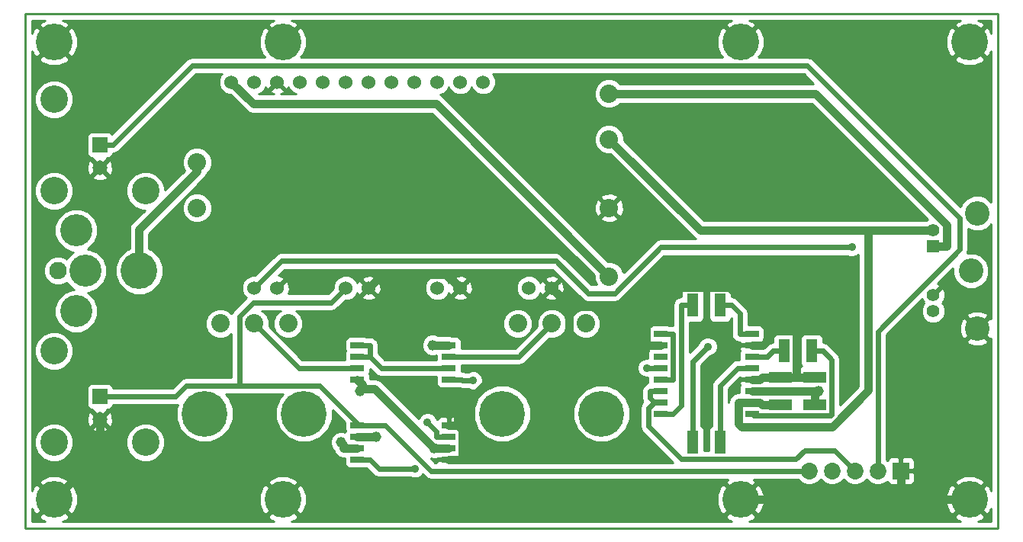
<source format=gtl>
G04 (created by PCBNEW-RS274X (2011-05-25)-stable) date Wed 18 Sep 2013 05:27:13 PM EDT*
G01*
G70*
G90*
%MOIN*%
G04 Gerber Fmt 3.4, Leading zero omitted, Abs format*
%FSLAX34Y34*%
G04 APERTURE LIST*
%ADD10C,0.006000*%
%ADD11C,0.009000*%
%ADD12C,0.107000*%
%ADD13C,0.056000*%
%ADD14R,0.056000X0.056000*%
%ADD15C,0.160000*%
%ADD16C,0.060000*%
%ADD17R,0.060000X0.025000*%
%ADD18C,0.080000*%
%ADD19R,0.050000X0.100000*%
%ADD20R,0.100000X0.050000*%
%ADD21C,0.200000*%
%ADD22C,0.076000*%
%ADD23C,0.140000*%
%ADD24C,0.120000*%
%ADD25R,0.065000X0.065000*%
%ADD26C,0.065000*%
%ADD27C,0.073000*%
%ADD28R,0.073000X0.073000*%
%ADD29C,0.046000*%
%ADD30C,0.035000*%
%ADD31C,0.036000*%
%ADD32C,0.024000*%
%ADD33C,0.010000*%
G04 APERTURE END LIST*
G54D10*
G54D11*
X29500Y-30500D02*
X29500Y-53000D01*
X72000Y-30500D02*
X29500Y-30500D01*
X72000Y-53000D02*
X72000Y-30500D01*
X29500Y-53000D02*
X72000Y-53000D01*
G54D12*
X71090Y-44270D03*
X71090Y-39230D03*
G54D13*
X69170Y-43520D03*
X69170Y-39980D03*
X69170Y-42815D03*
G54D14*
X69170Y-40685D03*
G54D12*
X70820Y-41750D03*
G54D15*
X30750Y-51750D03*
X40750Y-51750D03*
X30750Y-31750D03*
X60750Y-51750D03*
X70750Y-31750D03*
X70750Y-51750D03*
G54D16*
X44500Y-42500D03*
X43500Y-42500D03*
X40500Y-42500D03*
X39500Y-42500D03*
X47500Y-42500D03*
X48500Y-42500D03*
X51500Y-42500D03*
X52500Y-42500D03*
X38500Y-33500D03*
X39500Y-33500D03*
X40500Y-33500D03*
X41500Y-33500D03*
X42500Y-33500D03*
X43500Y-33500D03*
X44500Y-33500D03*
X45500Y-33500D03*
X46500Y-33500D03*
X47500Y-33500D03*
X48500Y-33500D03*
X49500Y-33500D03*
G54D17*
X57250Y-44500D03*
X57250Y-45000D03*
X57250Y-45500D03*
X57250Y-46000D03*
X57250Y-46500D03*
X57250Y-47000D03*
X57250Y-47500D03*
X57250Y-48000D03*
X61250Y-48000D03*
X61250Y-47500D03*
X61250Y-47000D03*
X61250Y-46500D03*
X61250Y-46000D03*
X61250Y-45500D03*
X61250Y-45000D03*
X61250Y-44500D03*
G54D18*
X37000Y-39000D03*
X37000Y-37000D03*
X55000Y-34000D03*
X55000Y-36000D03*
X55000Y-39000D03*
X55000Y-42000D03*
G54D17*
X44000Y-48500D03*
X44000Y-49000D03*
X44000Y-49500D03*
X44000Y-50000D03*
X48000Y-50000D03*
X48000Y-49500D03*
X48000Y-49000D03*
X48000Y-48500D03*
G54D19*
X59850Y-43250D03*
X58650Y-43250D03*
X63850Y-45250D03*
X62650Y-45250D03*
X59850Y-49250D03*
X58650Y-49250D03*
G54D20*
X64000Y-47600D03*
X64000Y-46400D03*
X62500Y-47600D03*
X62500Y-46400D03*
G54D21*
X41670Y-48000D03*
X37330Y-48000D03*
G54D18*
X39500Y-44060D03*
X40980Y-44060D03*
X38020Y-44060D03*
G54D21*
X54670Y-48000D03*
X50330Y-48000D03*
G54D18*
X52500Y-44060D03*
X53980Y-44060D03*
X51020Y-44060D03*
G54D15*
X40750Y-31750D03*
G54D22*
X30930Y-41750D03*
G54D23*
X32110Y-41750D03*
G54D15*
X34470Y-41750D03*
G54D23*
X31720Y-39980D03*
X31720Y-43520D03*
G54D24*
X30750Y-38250D03*
X30750Y-34250D03*
G54D25*
X32750Y-36250D03*
G54D26*
X32750Y-37250D03*
G54D24*
X34750Y-38250D03*
X30750Y-49250D03*
X30750Y-45250D03*
G54D25*
X32750Y-47250D03*
G54D26*
X32750Y-48250D03*
G54D24*
X34750Y-49250D03*
G54D17*
X44000Y-45000D03*
X44000Y-45500D03*
X44000Y-46000D03*
X44000Y-46500D03*
X48000Y-46500D03*
X48000Y-46000D03*
X48000Y-45500D03*
X48000Y-45000D03*
G54D27*
X66750Y-50500D03*
X65750Y-50500D03*
G54D28*
X67750Y-50500D03*
G54D27*
X64750Y-50500D03*
X63750Y-50500D03*
G54D15*
X60750Y-31750D03*
G54D29*
X44831Y-49000D03*
X44125Y-46996D03*
X47364Y-49500D03*
G54D30*
X59315Y-45061D03*
X65610Y-40725D03*
X46524Y-50400D03*
X56660Y-46000D03*
X49062Y-46548D03*
X47070Y-48371D03*
G54D29*
X43296Y-49250D03*
X47300Y-45000D03*
X64140Y-47000D03*
G54D31*
X44831Y-49000D02*
X44000Y-49000D01*
X39446Y-34446D02*
X38500Y-33500D01*
X47446Y-34446D02*
X39446Y-34446D01*
X55000Y-42000D02*
X47446Y-34446D01*
X61600Y-47500D02*
X61250Y-47500D01*
X61700Y-47600D02*
X61600Y-47500D01*
X62500Y-47600D02*
X61700Y-47600D01*
X44125Y-46996D02*
X44214Y-46907D01*
X44214Y-46714D02*
X44000Y-46500D01*
X44214Y-46907D02*
X44214Y-46714D01*
X44771Y-46907D02*
X47364Y-49500D01*
X44214Y-46907D02*
X44771Y-46907D01*
X47364Y-49500D02*
X48000Y-49500D01*
X60650Y-47500D02*
X61250Y-47500D01*
X60650Y-48450D02*
X60650Y-47500D01*
X60779Y-48579D02*
X60650Y-48450D01*
X64746Y-48579D02*
X60779Y-48579D01*
X66332Y-46993D02*
X64746Y-48579D01*
X66332Y-39980D02*
X66332Y-46993D01*
X58980Y-39980D02*
X66332Y-39980D01*
X55000Y-36000D02*
X58980Y-39980D01*
X66332Y-39980D02*
X69170Y-39980D01*
G54D32*
X66750Y-44395D02*
X66750Y-50500D01*
X70331Y-40814D02*
X66750Y-44395D01*
X70331Y-39439D02*
X70331Y-40814D01*
X63666Y-32774D02*
X70331Y-39439D01*
X36791Y-32774D02*
X63666Y-32774D01*
X33315Y-36250D02*
X36791Y-32774D01*
X32750Y-36250D02*
X33315Y-36250D01*
X58650Y-45726D02*
X58650Y-49250D01*
X59315Y-45061D02*
X58650Y-45726D01*
X40676Y-41324D02*
X39500Y-42500D01*
X52674Y-41324D02*
X40676Y-41324D01*
X54077Y-42727D02*
X52674Y-41324D01*
X55250Y-42727D02*
X54077Y-42727D01*
X57252Y-40725D02*
X55250Y-42727D01*
X65610Y-40725D02*
X57252Y-40725D01*
X57250Y-47500D02*
X56980Y-47500D01*
X56805Y-47000D02*
X57250Y-47000D01*
X56805Y-47325D02*
X56805Y-47000D01*
X56980Y-47500D02*
X56805Y-47325D01*
X56726Y-47754D02*
X56980Y-47500D01*
X56726Y-48538D02*
X56726Y-47754D01*
X58162Y-49974D02*
X56726Y-48538D01*
X63161Y-49974D02*
X58162Y-49974D01*
X63541Y-49594D02*
X63161Y-49974D01*
X64844Y-49594D02*
X63541Y-49594D01*
X65750Y-50500D02*
X64844Y-49594D01*
X51060Y-45500D02*
X48000Y-45500D01*
X52500Y-44060D02*
X51060Y-45500D01*
X44940Y-50400D02*
X46524Y-50400D01*
X44540Y-50000D02*
X44940Y-50400D01*
X44000Y-50000D02*
X44540Y-50000D01*
X45238Y-48500D02*
X44087Y-48500D01*
X47238Y-50500D02*
X45238Y-48500D01*
X63750Y-50500D02*
X47238Y-50500D01*
X42872Y-43128D02*
X43500Y-42500D01*
X39467Y-43128D02*
X42872Y-43128D01*
X38850Y-43745D02*
X39467Y-43128D01*
X38850Y-46776D02*
X38850Y-43745D01*
X36539Y-46776D02*
X38850Y-46776D01*
X36065Y-47250D02*
X36539Y-46776D01*
X32750Y-47250D02*
X36065Y-47250D01*
X42363Y-46776D02*
X44087Y-48500D01*
X38850Y-46776D02*
X42363Y-46776D01*
X44000Y-48500D02*
X44087Y-48500D01*
G54D31*
X37000Y-37419D02*
X37000Y-37000D01*
X34470Y-39949D02*
X37000Y-37419D01*
X34470Y-41750D02*
X34470Y-39949D01*
X32750Y-49750D02*
X30750Y-51750D01*
X32750Y-48250D02*
X32750Y-49750D01*
X45084Y-41916D02*
X44500Y-42500D01*
X47916Y-41916D02*
X45084Y-41916D01*
X48500Y-42500D02*
X47916Y-41916D01*
X67750Y-50500D02*
X67750Y-51750D01*
X52500Y-42500D02*
X53308Y-43308D01*
X53240Y-43376D02*
X53308Y-43308D01*
X53240Y-44840D02*
X53240Y-43376D01*
X52007Y-46073D02*
X53240Y-44840D01*
X50220Y-46073D02*
X52007Y-46073D01*
X48374Y-47919D02*
X50220Y-46073D01*
X48374Y-48500D02*
X48374Y-47919D01*
X48000Y-48500D02*
X48374Y-48500D01*
X48600Y-50000D02*
X48000Y-50000D01*
X48600Y-48726D02*
X48600Y-50000D01*
X48374Y-48500D02*
X48600Y-48726D01*
X55937Y-43308D02*
X56620Y-43991D01*
X53308Y-43308D02*
X55937Y-43308D01*
X56650Y-45000D02*
X57250Y-45000D01*
X56620Y-44970D02*
X56650Y-45000D01*
X56620Y-43991D02*
X56620Y-44970D01*
X64000Y-46400D02*
X63200Y-46400D01*
X63200Y-44472D02*
X63200Y-46400D01*
X63096Y-44368D02*
X63200Y-44472D01*
X61929Y-44368D02*
X63096Y-44368D01*
X61929Y-44149D02*
X61929Y-44368D01*
X60246Y-42466D02*
X61929Y-44149D01*
X58145Y-42466D02*
X60246Y-42466D01*
X56620Y-43991D02*
X58145Y-42466D01*
X61734Y-45000D02*
X61250Y-45000D01*
X61929Y-44805D02*
X61734Y-45000D01*
X61929Y-44368D02*
X61929Y-44805D01*
X62500Y-46400D02*
X63200Y-46400D01*
X61600Y-46500D02*
X61250Y-46500D01*
X61700Y-46400D02*
X61600Y-46500D01*
X62500Y-46400D02*
X61700Y-46400D01*
X70750Y-51750D02*
X67750Y-51750D01*
X67750Y-51750D02*
X60750Y-51750D01*
G54D32*
X57790Y-46500D02*
X57250Y-46500D01*
X57790Y-44500D02*
X57790Y-46500D01*
X57250Y-44500D02*
X57790Y-44500D01*
X57250Y-46000D02*
X56660Y-46000D01*
X61910Y-45500D02*
X61250Y-45500D01*
X62160Y-45250D02*
X61910Y-45500D01*
X62650Y-45250D02*
X62160Y-45250D01*
X59850Y-46770D02*
X59850Y-49250D01*
X60620Y-46000D02*
X59850Y-46770D01*
X61250Y-46000D02*
X60620Y-46000D01*
X61324Y-48074D02*
X61250Y-48000D01*
X64679Y-48074D02*
X61324Y-48074D01*
X64724Y-48029D02*
X64679Y-48074D01*
X64724Y-45634D02*
X64724Y-48029D01*
X64340Y-45250D02*
X64724Y-45634D01*
X63850Y-45250D02*
X64340Y-45250D01*
X58160Y-43250D02*
X58650Y-43250D01*
X58160Y-47630D02*
X58160Y-43250D01*
X57790Y-48000D02*
X58160Y-47630D01*
X57250Y-48000D02*
X57790Y-48000D01*
X48588Y-46548D02*
X49062Y-46548D01*
X48540Y-46500D02*
X48588Y-46548D01*
X48000Y-46500D02*
X48540Y-46500D01*
X41440Y-46000D02*
X39500Y-44060D01*
X44000Y-46000D02*
X41440Y-46000D01*
X44540Y-45000D02*
X44540Y-45500D01*
X44000Y-45000D02*
X44540Y-45000D01*
X45040Y-46000D02*
X44540Y-45500D01*
X48000Y-46000D02*
X45040Y-46000D01*
X44000Y-45500D02*
X44540Y-45500D01*
X47460Y-48761D02*
X47070Y-48371D01*
X47460Y-49000D02*
X47460Y-48761D01*
X48000Y-49000D02*
X47460Y-49000D01*
X60710Y-44500D02*
X61250Y-44500D01*
X60710Y-43620D02*
X60710Y-44500D01*
X60340Y-43250D02*
X60710Y-43620D01*
X59850Y-43250D02*
X60340Y-43250D01*
G54D31*
X43400Y-49354D02*
X43296Y-49250D01*
X43400Y-49500D02*
X43400Y-49354D01*
X44000Y-49500D02*
X43400Y-49500D01*
X48000Y-45000D02*
X47300Y-45000D01*
X64140Y-47000D02*
X64000Y-47140D01*
X64018Y-34000D02*
X55000Y-34000D01*
X69750Y-39732D02*
X64018Y-34000D01*
X69750Y-40685D02*
X69750Y-39732D01*
X69170Y-40685D02*
X69750Y-40685D01*
X64000Y-47600D02*
X64000Y-47140D01*
X63950Y-47000D02*
X61250Y-47000D01*
X64000Y-47050D02*
X63950Y-47000D01*
X64000Y-47140D02*
X64000Y-47050D01*
G54D10*
G36*
X41311Y-34016D02*
X40673Y-34016D01*
X40781Y-33972D01*
X40808Y-33878D01*
X40500Y-33571D01*
X40192Y-33878D01*
X40219Y-33972D01*
X40344Y-34016D01*
X39688Y-34016D01*
X39811Y-33965D01*
X39965Y-33811D01*
X40002Y-33719D01*
X40028Y-33781D01*
X40122Y-33808D01*
X40394Y-33535D01*
X40429Y-33500D01*
X40500Y-33429D01*
X40571Y-33500D01*
X40606Y-33535D01*
X40878Y-33808D01*
X40972Y-33781D01*
X40995Y-33715D01*
X41035Y-33811D01*
X41189Y-33965D01*
X41311Y-34016D01*
X41311Y-34016D01*
G37*
G54D33*
X41311Y-34016D02*
X40673Y-34016D01*
X40781Y-33972D01*
X40808Y-33878D01*
X40500Y-33571D01*
X40192Y-33878D01*
X40219Y-33972D01*
X40344Y-34016D01*
X39688Y-34016D01*
X39811Y-33965D01*
X39965Y-33811D01*
X40002Y-33719D01*
X40028Y-33781D01*
X40122Y-33808D01*
X40394Y-33535D01*
X40429Y-33500D01*
X40500Y-33429D01*
X40571Y-33500D01*
X40606Y-33535D01*
X40878Y-33808D01*
X40972Y-33781D01*
X40995Y-33715D01*
X41035Y-33811D01*
X41189Y-33965D01*
X41311Y-34016D01*
G54D10*
G36*
X61300Y-46550D02*
X61200Y-46550D01*
X61150Y-46550D01*
X60762Y-46550D01*
X60701Y-46611D01*
X60701Y-46675D01*
X60732Y-46750D01*
X60701Y-46825D01*
X60701Y-46924D01*
X60701Y-47070D01*
X60650Y-47070D01*
X60485Y-47103D01*
X60346Y-47196D01*
X60253Y-47335D01*
X60220Y-47500D01*
X60220Y-46923D01*
X60727Y-46415D01*
X60762Y-46450D01*
X61150Y-46450D01*
X61200Y-46450D01*
X61300Y-46450D01*
X61300Y-46550D01*
X61300Y-46550D01*
G37*
G54D33*
X61300Y-46550D02*
X61200Y-46550D01*
X61150Y-46550D01*
X60762Y-46550D01*
X60701Y-46611D01*
X60701Y-46675D01*
X60732Y-46750D01*
X60701Y-46825D01*
X60701Y-46924D01*
X60701Y-47070D01*
X60650Y-47070D01*
X60485Y-47103D01*
X60346Y-47196D01*
X60253Y-47335D01*
X60220Y-47500D01*
X60220Y-46923D01*
X60727Y-46415D01*
X60762Y-46450D01*
X61150Y-46450D01*
X61200Y-46450D01*
X61300Y-46450D01*
X61300Y-46550D01*
G54D10*
G36*
X64050Y-46450D02*
X63950Y-46450D01*
X63900Y-46450D01*
X63312Y-46450D01*
X63250Y-46512D01*
X63188Y-46450D01*
X62600Y-46450D01*
X62550Y-46450D01*
X62450Y-46450D01*
X62450Y-46350D01*
X62550Y-46350D01*
X62600Y-46350D01*
X63188Y-46350D01*
X63250Y-46288D01*
X63312Y-46350D01*
X63900Y-46350D01*
X63950Y-46350D01*
X64050Y-46350D01*
X64050Y-46450D01*
X64050Y-46450D01*
G37*
G54D33*
X64050Y-46450D02*
X63950Y-46450D01*
X63900Y-46450D01*
X63312Y-46450D01*
X63250Y-46512D01*
X63188Y-46450D01*
X62600Y-46450D01*
X62550Y-46450D01*
X62450Y-46450D01*
X62450Y-46350D01*
X62550Y-46350D01*
X62600Y-46350D01*
X63188Y-46350D01*
X63250Y-46288D01*
X63312Y-46350D01*
X63900Y-46350D01*
X63950Y-46350D01*
X64050Y-46350D01*
X64050Y-46450D01*
G54D10*
G36*
X65902Y-46815D02*
X65094Y-47623D01*
X65094Y-45634D01*
X65066Y-45493D01*
X65066Y-45492D01*
X64986Y-45372D01*
X64602Y-44988D01*
X64482Y-44908D01*
X64457Y-44903D01*
X64349Y-44881D01*
X64349Y-44880D01*
X64349Y-44701D01*
X64311Y-44609D01*
X64241Y-44539D01*
X64150Y-44501D01*
X64051Y-44501D01*
X63551Y-44501D01*
X63459Y-44539D01*
X63389Y-44609D01*
X63351Y-44700D01*
X63351Y-44799D01*
X63351Y-45799D01*
X63389Y-45891D01*
X63414Y-45916D01*
X63359Y-45939D01*
X63289Y-46009D01*
X63251Y-46101D01*
X63250Y-46288D01*
X63249Y-46101D01*
X63211Y-46009D01*
X63141Y-45939D01*
X63085Y-45916D01*
X63111Y-45891D01*
X63149Y-45800D01*
X63149Y-45701D01*
X63149Y-44701D01*
X63111Y-44609D01*
X63041Y-44539D01*
X62950Y-44501D01*
X62851Y-44501D01*
X62351Y-44501D01*
X62259Y-44539D01*
X62189Y-44609D01*
X62151Y-44700D01*
X62151Y-44799D01*
X62151Y-44881D01*
X62018Y-44908D01*
X61898Y-44988D01*
X61896Y-44990D01*
X61799Y-45087D01*
X61799Y-44889D01*
X61799Y-44825D01*
X61767Y-44750D01*
X61799Y-44675D01*
X61799Y-44576D01*
X61799Y-44326D01*
X61761Y-44234D01*
X61691Y-44164D01*
X61600Y-44126D01*
X61501Y-44126D01*
X61080Y-44126D01*
X61080Y-43620D01*
X61052Y-43478D01*
X60972Y-43358D01*
X60969Y-43356D01*
X60602Y-42988D01*
X60482Y-42908D01*
X60457Y-42903D01*
X60349Y-42881D01*
X60349Y-42880D01*
X60349Y-42701D01*
X60311Y-42609D01*
X60241Y-42539D01*
X60150Y-42501D01*
X60051Y-42501D01*
X59551Y-42501D01*
X59459Y-42539D01*
X59389Y-42609D01*
X59351Y-42700D01*
X59351Y-42799D01*
X59351Y-43799D01*
X59389Y-43891D01*
X59459Y-43961D01*
X59550Y-43999D01*
X59649Y-43999D01*
X60149Y-43999D01*
X60241Y-43961D01*
X60311Y-43891D01*
X60340Y-43821D01*
X60340Y-44500D01*
X60368Y-44642D01*
X60448Y-44762D01*
X60568Y-44842D01*
X60701Y-44868D01*
X60701Y-44889D01*
X60762Y-44950D01*
X61150Y-44950D01*
X61200Y-44950D01*
X61300Y-44950D01*
X61350Y-44950D01*
X61738Y-44950D01*
X61799Y-44889D01*
X61799Y-45087D01*
X61787Y-45099D01*
X61738Y-45050D01*
X61350Y-45050D01*
X61300Y-45050D01*
X61200Y-45050D01*
X61150Y-45050D01*
X60762Y-45050D01*
X60701Y-45111D01*
X60701Y-45175D01*
X60732Y-45250D01*
X60701Y-45325D01*
X60701Y-45424D01*
X60701Y-45630D01*
X60620Y-45630D01*
X60619Y-45630D01*
X60478Y-45658D01*
X60358Y-45738D01*
X60356Y-45740D01*
X59588Y-46508D01*
X59508Y-46628D01*
X59503Y-46652D01*
X59479Y-46770D01*
X59480Y-46774D01*
X59480Y-48530D01*
X59459Y-48539D01*
X59389Y-48609D01*
X59351Y-48700D01*
X59351Y-48799D01*
X59351Y-49604D01*
X59149Y-49604D01*
X59149Y-48701D01*
X59111Y-48609D01*
X59041Y-48539D01*
X59020Y-48530D01*
X59020Y-45879D01*
X59423Y-45476D01*
X59555Y-45422D01*
X59675Y-45302D01*
X59740Y-45146D01*
X59740Y-44977D01*
X59676Y-44821D01*
X59556Y-44701D01*
X59400Y-44636D01*
X59231Y-44636D01*
X59075Y-44700D01*
X58955Y-44820D01*
X58899Y-44953D01*
X58530Y-45322D01*
X58530Y-43999D01*
X58949Y-43999D01*
X59041Y-43961D01*
X59111Y-43891D01*
X59149Y-43800D01*
X59149Y-43701D01*
X59149Y-42701D01*
X59111Y-42609D01*
X59041Y-42539D01*
X58950Y-42501D01*
X58851Y-42501D01*
X58351Y-42501D01*
X58259Y-42539D01*
X58189Y-42609D01*
X58151Y-42700D01*
X58151Y-42799D01*
X58151Y-42881D01*
X58018Y-42908D01*
X57898Y-42988D01*
X57818Y-43108D01*
X57790Y-43250D01*
X57790Y-44130D01*
X57609Y-44130D01*
X57600Y-44126D01*
X57501Y-44126D01*
X56901Y-44126D01*
X56809Y-44164D01*
X56739Y-44234D01*
X56701Y-44325D01*
X56701Y-44424D01*
X56701Y-44674D01*
X56732Y-44749D01*
X56701Y-44825D01*
X56701Y-44889D01*
X56762Y-44950D01*
X57150Y-44950D01*
X57200Y-44950D01*
X57300Y-44950D01*
X57300Y-45050D01*
X57200Y-45050D01*
X57150Y-45050D01*
X56762Y-45050D01*
X56701Y-45111D01*
X56701Y-45175D01*
X56732Y-45250D01*
X56701Y-45325D01*
X56701Y-45424D01*
X56701Y-45575D01*
X56576Y-45575D01*
X56420Y-45639D01*
X56300Y-45759D01*
X56235Y-45915D01*
X56235Y-46084D01*
X56299Y-46240D01*
X56419Y-46360D01*
X56575Y-46425D01*
X56701Y-46425D01*
X56701Y-46650D01*
X56663Y-46658D01*
X56543Y-46738D01*
X56463Y-46858D01*
X56435Y-47000D01*
X56435Y-47320D01*
X56434Y-47325D01*
X56458Y-47442D01*
X56463Y-47467D01*
X56473Y-47482D01*
X56464Y-47492D01*
X56384Y-47612D01*
X56379Y-47636D01*
X56355Y-47754D01*
X56356Y-47758D01*
X56356Y-48533D01*
X56355Y-48538D01*
X56379Y-48655D01*
X56384Y-48680D01*
X56464Y-48800D01*
X57794Y-50130D01*
X55920Y-50130D01*
X55920Y-47753D01*
X55730Y-47293D01*
X55379Y-46941D01*
X54920Y-46751D01*
X54629Y-46750D01*
X54629Y-44189D01*
X54629Y-43931D01*
X54530Y-43692D01*
X54348Y-43510D01*
X54109Y-43411D01*
X53851Y-43411D01*
X53612Y-43510D01*
X53430Y-43692D01*
X53331Y-43931D01*
X53331Y-44189D01*
X53430Y-44428D01*
X53612Y-44610D01*
X53851Y-44709D01*
X54109Y-44709D01*
X54348Y-44610D01*
X54530Y-44428D01*
X54629Y-44189D01*
X54629Y-46750D01*
X54423Y-46750D01*
X53963Y-46940D01*
X53611Y-47291D01*
X53421Y-47750D01*
X53420Y-48247D01*
X53610Y-48707D01*
X53961Y-49059D01*
X54420Y-49249D01*
X54917Y-49250D01*
X55377Y-49060D01*
X55729Y-48709D01*
X55919Y-48250D01*
X55920Y-47753D01*
X55920Y-50130D01*
X51580Y-50130D01*
X51580Y-47753D01*
X51390Y-47293D01*
X51039Y-46941D01*
X50580Y-46751D01*
X50083Y-46750D01*
X49623Y-46940D01*
X49271Y-47291D01*
X49081Y-47750D01*
X49080Y-48247D01*
X49270Y-48707D01*
X49621Y-49059D01*
X50080Y-49249D01*
X50577Y-49250D01*
X51037Y-49060D01*
X51389Y-48709D01*
X51579Y-48250D01*
X51580Y-47753D01*
X51580Y-50130D01*
X48549Y-50130D01*
X48549Y-50111D01*
X48488Y-50050D01*
X48100Y-50050D01*
X48050Y-50050D01*
X47950Y-50050D01*
X47900Y-50050D01*
X47512Y-50050D01*
X47451Y-50111D01*
X47451Y-50130D01*
X47391Y-50130D01*
X47222Y-49960D01*
X47268Y-49980D01*
X47459Y-49980D01*
X47531Y-49950D01*
X47900Y-49950D01*
X47950Y-49950D01*
X48050Y-49950D01*
X48100Y-49950D01*
X48488Y-49950D01*
X48549Y-49889D01*
X48549Y-49825D01*
X48517Y-49750D01*
X48549Y-49675D01*
X48549Y-49576D01*
X48549Y-49326D01*
X48517Y-49250D01*
X48549Y-49175D01*
X48549Y-49076D01*
X48549Y-48826D01*
X48517Y-48750D01*
X48549Y-48675D01*
X48549Y-48611D01*
X48549Y-48389D01*
X48549Y-48325D01*
X48511Y-48234D01*
X48441Y-48164D01*
X48349Y-48126D01*
X48112Y-48125D01*
X48050Y-48187D01*
X48050Y-48450D01*
X48488Y-48450D01*
X48549Y-48389D01*
X48549Y-48611D01*
X48488Y-48550D01*
X48100Y-48550D01*
X48050Y-48550D01*
X47950Y-48550D01*
X47950Y-48450D01*
X47950Y-48400D01*
X47950Y-48187D01*
X47888Y-48125D01*
X47651Y-48126D01*
X47559Y-48164D01*
X47489Y-48234D01*
X47481Y-48253D01*
X47431Y-48131D01*
X47311Y-48011D01*
X47155Y-47946D01*
X46986Y-47946D01*
X46830Y-48010D01*
X46710Y-48130D01*
X46678Y-48206D01*
X45075Y-46603D01*
X44936Y-46510D01*
X44771Y-46477D01*
X44563Y-46477D01*
X44549Y-46456D01*
X44549Y-46455D01*
X44549Y-46326D01*
X44517Y-46250D01*
X44549Y-46175D01*
X44549Y-46076D01*
X44549Y-46033D01*
X44778Y-46262D01*
X44898Y-46342D01*
X44899Y-46342D01*
X45040Y-46370D01*
X47451Y-46370D01*
X47451Y-46424D01*
X47451Y-46674D01*
X47489Y-46766D01*
X47559Y-46836D01*
X47650Y-46874D01*
X47749Y-46874D01*
X48349Y-46874D01*
X48358Y-46870D01*
X48416Y-46870D01*
X48446Y-46890D01*
X48587Y-46918D01*
X48587Y-46917D01*
X48588Y-46918D01*
X48845Y-46918D01*
X48977Y-46973D01*
X49146Y-46973D01*
X49302Y-46909D01*
X49422Y-46789D01*
X49487Y-46633D01*
X49487Y-46464D01*
X49423Y-46308D01*
X49303Y-46188D01*
X49147Y-46123D01*
X48978Y-46123D01*
X48843Y-46178D01*
X48712Y-46178D01*
X48682Y-46158D01*
X48657Y-46153D01*
X48549Y-46131D01*
X48549Y-46130D01*
X48549Y-46076D01*
X48549Y-45870D01*
X51055Y-45870D01*
X51060Y-45871D01*
X51060Y-45870D01*
X51177Y-45846D01*
X51201Y-45842D01*
X51202Y-45842D01*
X51322Y-45762D01*
X52374Y-44709D01*
X52629Y-44709D01*
X52868Y-44610D01*
X53050Y-44428D01*
X53149Y-44189D01*
X53149Y-43931D01*
X53050Y-43692D01*
X53043Y-43685D01*
X53043Y-42579D01*
X53032Y-42366D01*
X52972Y-42219D01*
X52878Y-42192D01*
X52808Y-42262D01*
X52808Y-42122D01*
X52781Y-42028D01*
X52579Y-41957D01*
X52366Y-41968D01*
X52219Y-42028D01*
X52192Y-42122D01*
X52500Y-42429D01*
X52808Y-42122D01*
X52808Y-42262D01*
X52571Y-42500D01*
X52878Y-42808D01*
X52972Y-42781D01*
X53043Y-42579D01*
X53043Y-43685D01*
X52868Y-43510D01*
X52808Y-43485D01*
X52808Y-42878D01*
X52500Y-42571D01*
X52429Y-42641D01*
X52429Y-42500D01*
X52122Y-42192D01*
X52028Y-42219D01*
X52004Y-42284D01*
X51965Y-42189D01*
X51811Y-42035D01*
X51609Y-41951D01*
X51391Y-41951D01*
X51189Y-42035D01*
X51035Y-42189D01*
X50951Y-42391D01*
X50951Y-42609D01*
X51035Y-42811D01*
X51189Y-42965D01*
X51391Y-43049D01*
X51609Y-43049D01*
X51811Y-42965D01*
X51965Y-42811D01*
X52002Y-42719D01*
X52028Y-42781D01*
X52122Y-42808D01*
X52429Y-42500D01*
X52429Y-42641D01*
X52192Y-42878D01*
X52219Y-42972D01*
X52421Y-43043D01*
X52634Y-43032D01*
X52781Y-42972D01*
X52808Y-42878D01*
X52808Y-43485D01*
X52629Y-43411D01*
X52371Y-43411D01*
X52132Y-43510D01*
X51950Y-43692D01*
X51851Y-43931D01*
X51851Y-44185D01*
X51669Y-44367D01*
X51669Y-44189D01*
X51669Y-43931D01*
X51570Y-43692D01*
X51388Y-43510D01*
X51149Y-43411D01*
X50891Y-43411D01*
X50652Y-43510D01*
X50470Y-43692D01*
X50371Y-43931D01*
X50371Y-44189D01*
X50470Y-44428D01*
X50652Y-44610D01*
X50891Y-44709D01*
X51149Y-44709D01*
X51388Y-44610D01*
X51570Y-44428D01*
X51669Y-44189D01*
X51669Y-44367D01*
X50906Y-45130D01*
X49043Y-45130D01*
X49043Y-42579D01*
X49032Y-42366D01*
X48972Y-42219D01*
X48878Y-42192D01*
X48808Y-42262D01*
X48808Y-42122D01*
X48781Y-42028D01*
X48579Y-41957D01*
X48366Y-41968D01*
X48219Y-42028D01*
X48192Y-42122D01*
X48500Y-42429D01*
X48808Y-42122D01*
X48808Y-42262D01*
X48571Y-42500D01*
X48878Y-42808D01*
X48972Y-42781D01*
X49043Y-42579D01*
X49043Y-45130D01*
X48808Y-45130D01*
X48808Y-42878D01*
X48500Y-42571D01*
X48429Y-42641D01*
X48429Y-42500D01*
X48122Y-42192D01*
X48028Y-42219D01*
X48004Y-42284D01*
X47965Y-42189D01*
X47811Y-42035D01*
X47609Y-41951D01*
X47391Y-41951D01*
X47189Y-42035D01*
X47035Y-42189D01*
X46951Y-42391D01*
X46951Y-42609D01*
X47035Y-42811D01*
X47189Y-42965D01*
X47391Y-43049D01*
X47609Y-43049D01*
X47811Y-42965D01*
X47965Y-42811D01*
X48002Y-42719D01*
X48028Y-42781D01*
X48122Y-42808D01*
X48429Y-42500D01*
X48429Y-42641D01*
X48192Y-42878D01*
X48219Y-42972D01*
X48421Y-43043D01*
X48634Y-43032D01*
X48781Y-42972D01*
X48808Y-42878D01*
X48808Y-45130D01*
X48549Y-45130D01*
X48549Y-45076D01*
X48549Y-44826D01*
X48511Y-44734D01*
X48441Y-44664D01*
X48350Y-44626D01*
X48251Y-44626D01*
X48199Y-44626D01*
X48165Y-44603D01*
X48000Y-44570D01*
X47516Y-44570D01*
X47396Y-44520D01*
X47205Y-44520D01*
X47029Y-44593D01*
X46893Y-44728D01*
X46820Y-44904D01*
X46820Y-45095D01*
X46893Y-45271D01*
X47028Y-45407D01*
X47204Y-45480D01*
X47395Y-45480D01*
X47451Y-45456D01*
X47451Y-45630D01*
X45194Y-45630D01*
X45043Y-45479D01*
X45043Y-42579D01*
X45032Y-42366D01*
X44972Y-42219D01*
X44878Y-42192D01*
X44808Y-42262D01*
X44808Y-42122D01*
X44781Y-42028D01*
X44579Y-41957D01*
X44366Y-41968D01*
X44219Y-42028D01*
X44192Y-42122D01*
X44500Y-42429D01*
X44808Y-42122D01*
X44808Y-42262D01*
X44571Y-42500D01*
X44878Y-42808D01*
X44972Y-42781D01*
X45043Y-42579D01*
X45043Y-45479D01*
X44910Y-45346D01*
X44910Y-45000D01*
X44882Y-44858D01*
X44808Y-44747D01*
X44808Y-42878D01*
X44500Y-42571D01*
X44192Y-42878D01*
X44219Y-42972D01*
X44421Y-43043D01*
X44634Y-43032D01*
X44781Y-42972D01*
X44808Y-42878D01*
X44808Y-44747D01*
X44802Y-44738D01*
X44682Y-44658D01*
X44540Y-44630D01*
X44359Y-44630D01*
X44350Y-44626D01*
X44251Y-44626D01*
X43651Y-44626D01*
X43559Y-44664D01*
X43489Y-44734D01*
X43451Y-44825D01*
X43451Y-44924D01*
X43451Y-45174D01*
X43482Y-45249D01*
X43451Y-45325D01*
X43451Y-45424D01*
X43451Y-45630D01*
X41593Y-45630D01*
X40149Y-44185D01*
X40149Y-43931D01*
X40050Y-43692D01*
X39868Y-43510D01*
X39839Y-43498D01*
X40640Y-43498D01*
X40612Y-43510D01*
X40430Y-43692D01*
X40331Y-43931D01*
X40331Y-44189D01*
X40430Y-44428D01*
X40612Y-44610D01*
X40851Y-44709D01*
X41109Y-44709D01*
X41348Y-44610D01*
X41530Y-44428D01*
X41629Y-44189D01*
X41629Y-43931D01*
X41530Y-43692D01*
X41348Y-43510D01*
X41319Y-43498D01*
X42867Y-43498D01*
X42872Y-43499D01*
X42872Y-43498D01*
X42989Y-43474D01*
X43013Y-43470D01*
X43014Y-43470D01*
X43134Y-43390D01*
X43475Y-43049D01*
X43609Y-43049D01*
X43811Y-42965D01*
X43965Y-42811D01*
X44002Y-42719D01*
X44028Y-42781D01*
X44122Y-42808D01*
X44429Y-42500D01*
X44122Y-42192D01*
X44028Y-42219D01*
X44004Y-42284D01*
X43965Y-42189D01*
X43811Y-42035D01*
X43609Y-41951D01*
X43391Y-41951D01*
X43189Y-42035D01*
X43035Y-42189D01*
X42951Y-42391D01*
X42951Y-42525D01*
X42718Y-42758D01*
X40980Y-42758D01*
X41043Y-42579D01*
X41032Y-42366D01*
X40972Y-42219D01*
X40878Y-42192D01*
X40571Y-42500D01*
X40500Y-42571D01*
X40429Y-42500D01*
X40500Y-42429D01*
X40535Y-42394D01*
X40808Y-42122D01*
X40781Y-42028D01*
X40579Y-41957D01*
X40566Y-41957D01*
X40830Y-41694D01*
X52520Y-41694D01*
X53815Y-42989D01*
X53935Y-43069D01*
X54077Y-43097D01*
X55245Y-43097D01*
X55250Y-43098D01*
X55250Y-43097D01*
X55367Y-43073D01*
X55391Y-43069D01*
X55392Y-43069D01*
X55512Y-42989D01*
X57405Y-41095D01*
X65393Y-41095D01*
X65525Y-41150D01*
X65694Y-41150D01*
X65850Y-41086D01*
X65902Y-41034D01*
X65902Y-46815D01*
X65902Y-46815D01*
G37*
G54D33*
X65902Y-46815D02*
X65094Y-47623D01*
X65094Y-45634D01*
X65066Y-45493D01*
X65066Y-45492D01*
X64986Y-45372D01*
X64602Y-44988D01*
X64482Y-44908D01*
X64457Y-44903D01*
X64349Y-44881D01*
X64349Y-44880D01*
X64349Y-44701D01*
X64311Y-44609D01*
X64241Y-44539D01*
X64150Y-44501D01*
X64051Y-44501D01*
X63551Y-44501D01*
X63459Y-44539D01*
X63389Y-44609D01*
X63351Y-44700D01*
X63351Y-44799D01*
X63351Y-45799D01*
X63389Y-45891D01*
X63414Y-45916D01*
X63359Y-45939D01*
X63289Y-46009D01*
X63251Y-46101D01*
X63250Y-46288D01*
X63249Y-46101D01*
X63211Y-46009D01*
X63141Y-45939D01*
X63085Y-45916D01*
X63111Y-45891D01*
X63149Y-45800D01*
X63149Y-45701D01*
X63149Y-44701D01*
X63111Y-44609D01*
X63041Y-44539D01*
X62950Y-44501D01*
X62851Y-44501D01*
X62351Y-44501D01*
X62259Y-44539D01*
X62189Y-44609D01*
X62151Y-44700D01*
X62151Y-44799D01*
X62151Y-44881D01*
X62018Y-44908D01*
X61898Y-44988D01*
X61896Y-44990D01*
X61799Y-45087D01*
X61799Y-44889D01*
X61799Y-44825D01*
X61767Y-44750D01*
X61799Y-44675D01*
X61799Y-44576D01*
X61799Y-44326D01*
X61761Y-44234D01*
X61691Y-44164D01*
X61600Y-44126D01*
X61501Y-44126D01*
X61080Y-44126D01*
X61080Y-43620D01*
X61052Y-43478D01*
X60972Y-43358D01*
X60969Y-43356D01*
X60602Y-42988D01*
X60482Y-42908D01*
X60457Y-42903D01*
X60349Y-42881D01*
X60349Y-42880D01*
X60349Y-42701D01*
X60311Y-42609D01*
X60241Y-42539D01*
X60150Y-42501D01*
X60051Y-42501D01*
X59551Y-42501D01*
X59459Y-42539D01*
X59389Y-42609D01*
X59351Y-42700D01*
X59351Y-42799D01*
X59351Y-43799D01*
X59389Y-43891D01*
X59459Y-43961D01*
X59550Y-43999D01*
X59649Y-43999D01*
X60149Y-43999D01*
X60241Y-43961D01*
X60311Y-43891D01*
X60340Y-43821D01*
X60340Y-44500D01*
X60368Y-44642D01*
X60448Y-44762D01*
X60568Y-44842D01*
X60701Y-44868D01*
X60701Y-44889D01*
X60762Y-44950D01*
X61150Y-44950D01*
X61200Y-44950D01*
X61300Y-44950D01*
X61350Y-44950D01*
X61738Y-44950D01*
X61799Y-44889D01*
X61799Y-45087D01*
X61787Y-45099D01*
X61738Y-45050D01*
X61350Y-45050D01*
X61300Y-45050D01*
X61200Y-45050D01*
X61150Y-45050D01*
X60762Y-45050D01*
X60701Y-45111D01*
X60701Y-45175D01*
X60732Y-45250D01*
X60701Y-45325D01*
X60701Y-45424D01*
X60701Y-45630D01*
X60620Y-45630D01*
X60619Y-45630D01*
X60478Y-45658D01*
X60358Y-45738D01*
X60356Y-45740D01*
X59588Y-46508D01*
X59508Y-46628D01*
X59503Y-46652D01*
X59479Y-46770D01*
X59480Y-46774D01*
X59480Y-48530D01*
X59459Y-48539D01*
X59389Y-48609D01*
X59351Y-48700D01*
X59351Y-48799D01*
X59351Y-49604D01*
X59149Y-49604D01*
X59149Y-48701D01*
X59111Y-48609D01*
X59041Y-48539D01*
X59020Y-48530D01*
X59020Y-45879D01*
X59423Y-45476D01*
X59555Y-45422D01*
X59675Y-45302D01*
X59740Y-45146D01*
X59740Y-44977D01*
X59676Y-44821D01*
X59556Y-44701D01*
X59400Y-44636D01*
X59231Y-44636D01*
X59075Y-44700D01*
X58955Y-44820D01*
X58899Y-44953D01*
X58530Y-45322D01*
X58530Y-43999D01*
X58949Y-43999D01*
X59041Y-43961D01*
X59111Y-43891D01*
X59149Y-43800D01*
X59149Y-43701D01*
X59149Y-42701D01*
X59111Y-42609D01*
X59041Y-42539D01*
X58950Y-42501D01*
X58851Y-42501D01*
X58351Y-42501D01*
X58259Y-42539D01*
X58189Y-42609D01*
X58151Y-42700D01*
X58151Y-42799D01*
X58151Y-42881D01*
X58018Y-42908D01*
X57898Y-42988D01*
X57818Y-43108D01*
X57790Y-43250D01*
X57790Y-44130D01*
X57609Y-44130D01*
X57600Y-44126D01*
X57501Y-44126D01*
X56901Y-44126D01*
X56809Y-44164D01*
X56739Y-44234D01*
X56701Y-44325D01*
X56701Y-44424D01*
X56701Y-44674D01*
X56732Y-44749D01*
X56701Y-44825D01*
X56701Y-44889D01*
X56762Y-44950D01*
X57150Y-44950D01*
X57200Y-44950D01*
X57300Y-44950D01*
X57300Y-45050D01*
X57200Y-45050D01*
X57150Y-45050D01*
X56762Y-45050D01*
X56701Y-45111D01*
X56701Y-45175D01*
X56732Y-45250D01*
X56701Y-45325D01*
X56701Y-45424D01*
X56701Y-45575D01*
X56576Y-45575D01*
X56420Y-45639D01*
X56300Y-45759D01*
X56235Y-45915D01*
X56235Y-46084D01*
X56299Y-46240D01*
X56419Y-46360D01*
X56575Y-46425D01*
X56701Y-46425D01*
X56701Y-46650D01*
X56663Y-46658D01*
X56543Y-46738D01*
X56463Y-46858D01*
X56435Y-47000D01*
X56435Y-47320D01*
X56434Y-47325D01*
X56458Y-47442D01*
X56463Y-47467D01*
X56473Y-47482D01*
X56464Y-47492D01*
X56384Y-47612D01*
X56379Y-47636D01*
X56355Y-47754D01*
X56356Y-47758D01*
X56356Y-48533D01*
X56355Y-48538D01*
X56379Y-48655D01*
X56384Y-48680D01*
X56464Y-48800D01*
X57794Y-50130D01*
X55920Y-50130D01*
X55920Y-47753D01*
X55730Y-47293D01*
X55379Y-46941D01*
X54920Y-46751D01*
X54629Y-46750D01*
X54629Y-44189D01*
X54629Y-43931D01*
X54530Y-43692D01*
X54348Y-43510D01*
X54109Y-43411D01*
X53851Y-43411D01*
X53612Y-43510D01*
X53430Y-43692D01*
X53331Y-43931D01*
X53331Y-44189D01*
X53430Y-44428D01*
X53612Y-44610D01*
X53851Y-44709D01*
X54109Y-44709D01*
X54348Y-44610D01*
X54530Y-44428D01*
X54629Y-44189D01*
X54629Y-46750D01*
X54423Y-46750D01*
X53963Y-46940D01*
X53611Y-47291D01*
X53421Y-47750D01*
X53420Y-48247D01*
X53610Y-48707D01*
X53961Y-49059D01*
X54420Y-49249D01*
X54917Y-49250D01*
X55377Y-49060D01*
X55729Y-48709D01*
X55919Y-48250D01*
X55920Y-47753D01*
X55920Y-50130D01*
X51580Y-50130D01*
X51580Y-47753D01*
X51390Y-47293D01*
X51039Y-46941D01*
X50580Y-46751D01*
X50083Y-46750D01*
X49623Y-46940D01*
X49271Y-47291D01*
X49081Y-47750D01*
X49080Y-48247D01*
X49270Y-48707D01*
X49621Y-49059D01*
X50080Y-49249D01*
X50577Y-49250D01*
X51037Y-49060D01*
X51389Y-48709D01*
X51579Y-48250D01*
X51580Y-47753D01*
X51580Y-50130D01*
X48549Y-50130D01*
X48549Y-50111D01*
X48488Y-50050D01*
X48100Y-50050D01*
X48050Y-50050D01*
X47950Y-50050D01*
X47900Y-50050D01*
X47512Y-50050D01*
X47451Y-50111D01*
X47451Y-50130D01*
X47391Y-50130D01*
X47222Y-49960D01*
X47268Y-49980D01*
X47459Y-49980D01*
X47531Y-49950D01*
X47900Y-49950D01*
X47950Y-49950D01*
X48050Y-49950D01*
X48100Y-49950D01*
X48488Y-49950D01*
X48549Y-49889D01*
X48549Y-49825D01*
X48517Y-49750D01*
X48549Y-49675D01*
X48549Y-49576D01*
X48549Y-49326D01*
X48517Y-49250D01*
X48549Y-49175D01*
X48549Y-49076D01*
X48549Y-48826D01*
X48517Y-48750D01*
X48549Y-48675D01*
X48549Y-48611D01*
X48549Y-48389D01*
X48549Y-48325D01*
X48511Y-48234D01*
X48441Y-48164D01*
X48349Y-48126D01*
X48112Y-48125D01*
X48050Y-48187D01*
X48050Y-48450D01*
X48488Y-48450D01*
X48549Y-48389D01*
X48549Y-48611D01*
X48488Y-48550D01*
X48100Y-48550D01*
X48050Y-48550D01*
X47950Y-48550D01*
X47950Y-48450D01*
X47950Y-48400D01*
X47950Y-48187D01*
X47888Y-48125D01*
X47651Y-48126D01*
X47559Y-48164D01*
X47489Y-48234D01*
X47481Y-48253D01*
X47431Y-48131D01*
X47311Y-48011D01*
X47155Y-47946D01*
X46986Y-47946D01*
X46830Y-48010D01*
X46710Y-48130D01*
X46678Y-48206D01*
X45075Y-46603D01*
X44936Y-46510D01*
X44771Y-46477D01*
X44563Y-46477D01*
X44549Y-46456D01*
X44549Y-46455D01*
X44549Y-46326D01*
X44517Y-46250D01*
X44549Y-46175D01*
X44549Y-46076D01*
X44549Y-46033D01*
X44778Y-46262D01*
X44898Y-46342D01*
X44899Y-46342D01*
X45040Y-46370D01*
X47451Y-46370D01*
X47451Y-46424D01*
X47451Y-46674D01*
X47489Y-46766D01*
X47559Y-46836D01*
X47650Y-46874D01*
X47749Y-46874D01*
X48349Y-46874D01*
X48358Y-46870D01*
X48416Y-46870D01*
X48446Y-46890D01*
X48587Y-46918D01*
X48587Y-46917D01*
X48588Y-46918D01*
X48845Y-46918D01*
X48977Y-46973D01*
X49146Y-46973D01*
X49302Y-46909D01*
X49422Y-46789D01*
X49487Y-46633D01*
X49487Y-46464D01*
X49423Y-46308D01*
X49303Y-46188D01*
X49147Y-46123D01*
X48978Y-46123D01*
X48843Y-46178D01*
X48712Y-46178D01*
X48682Y-46158D01*
X48657Y-46153D01*
X48549Y-46131D01*
X48549Y-46130D01*
X48549Y-46076D01*
X48549Y-45870D01*
X51055Y-45870D01*
X51060Y-45871D01*
X51060Y-45870D01*
X51177Y-45846D01*
X51201Y-45842D01*
X51202Y-45842D01*
X51322Y-45762D01*
X52374Y-44709D01*
X52629Y-44709D01*
X52868Y-44610D01*
X53050Y-44428D01*
X53149Y-44189D01*
X53149Y-43931D01*
X53050Y-43692D01*
X53043Y-43685D01*
X53043Y-42579D01*
X53032Y-42366D01*
X52972Y-42219D01*
X52878Y-42192D01*
X52808Y-42262D01*
X52808Y-42122D01*
X52781Y-42028D01*
X52579Y-41957D01*
X52366Y-41968D01*
X52219Y-42028D01*
X52192Y-42122D01*
X52500Y-42429D01*
X52808Y-42122D01*
X52808Y-42262D01*
X52571Y-42500D01*
X52878Y-42808D01*
X52972Y-42781D01*
X53043Y-42579D01*
X53043Y-43685D01*
X52868Y-43510D01*
X52808Y-43485D01*
X52808Y-42878D01*
X52500Y-42571D01*
X52429Y-42641D01*
X52429Y-42500D01*
X52122Y-42192D01*
X52028Y-42219D01*
X52004Y-42284D01*
X51965Y-42189D01*
X51811Y-42035D01*
X51609Y-41951D01*
X51391Y-41951D01*
X51189Y-42035D01*
X51035Y-42189D01*
X50951Y-42391D01*
X50951Y-42609D01*
X51035Y-42811D01*
X51189Y-42965D01*
X51391Y-43049D01*
X51609Y-43049D01*
X51811Y-42965D01*
X51965Y-42811D01*
X52002Y-42719D01*
X52028Y-42781D01*
X52122Y-42808D01*
X52429Y-42500D01*
X52429Y-42641D01*
X52192Y-42878D01*
X52219Y-42972D01*
X52421Y-43043D01*
X52634Y-43032D01*
X52781Y-42972D01*
X52808Y-42878D01*
X52808Y-43485D01*
X52629Y-43411D01*
X52371Y-43411D01*
X52132Y-43510D01*
X51950Y-43692D01*
X51851Y-43931D01*
X51851Y-44185D01*
X51669Y-44367D01*
X51669Y-44189D01*
X51669Y-43931D01*
X51570Y-43692D01*
X51388Y-43510D01*
X51149Y-43411D01*
X50891Y-43411D01*
X50652Y-43510D01*
X50470Y-43692D01*
X50371Y-43931D01*
X50371Y-44189D01*
X50470Y-44428D01*
X50652Y-44610D01*
X50891Y-44709D01*
X51149Y-44709D01*
X51388Y-44610D01*
X51570Y-44428D01*
X51669Y-44189D01*
X51669Y-44367D01*
X50906Y-45130D01*
X49043Y-45130D01*
X49043Y-42579D01*
X49032Y-42366D01*
X48972Y-42219D01*
X48878Y-42192D01*
X48808Y-42262D01*
X48808Y-42122D01*
X48781Y-42028D01*
X48579Y-41957D01*
X48366Y-41968D01*
X48219Y-42028D01*
X48192Y-42122D01*
X48500Y-42429D01*
X48808Y-42122D01*
X48808Y-42262D01*
X48571Y-42500D01*
X48878Y-42808D01*
X48972Y-42781D01*
X49043Y-42579D01*
X49043Y-45130D01*
X48808Y-45130D01*
X48808Y-42878D01*
X48500Y-42571D01*
X48429Y-42641D01*
X48429Y-42500D01*
X48122Y-42192D01*
X48028Y-42219D01*
X48004Y-42284D01*
X47965Y-42189D01*
X47811Y-42035D01*
X47609Y-41951D01*
X47391Y-41951D01*
X47189Y-42035D01*
X47035Y-42189D01*
X46951Y-42391D01*
X46951Y-42609D01*
X47035Y-42811D01*
X47189Y-42965D01*
X47391Y-43049D01*
X47609Y-43049D01*
X47811Y-42965D01*
X47965Y-42811D01*
X48002Y-42719D01*
X48028Y-42781D01*
X48122Y-42808D01*
X48429Y-42500D01*
X48429Y-42641D01*
X48192Y-42878D01*
X48219Y-42972D01*
X48421Y-43043D01*
X48634Y-43032D01*
X48781Y-42972D01*
X48808Y-42878D01*
X48808Y-45130D01*
X48549Y-45130D01*
X48549Y-45076D01*
X48549Y-44826D01*
X48511Y-44734D01*
X48441Y-44664D01*
X48350Y-44626D01*
X48251Y-44626D01*
X48199Y-44626D01*
X48165Y-44603D01*
X48000Y-44570D01*
X47516Y-44570D01*
X47396Y-44520D01*
X47205Y-44520D01*
X47029Y-44593D01*
X46893Y-44728D01*
X46820Y-44904D01*
X46820Y-45095D01*
X46893Y-45271D01*
X47028Y-45407D01*
X47204Y-45480D01*
X47395Y-45480D01*
X47451Y-45456D01*
X47451Y-45630D01*
X45194Y-45630D01*
X45043Y-45479D01*
X45043Y-42579D01*
X45032Y-42366D01*
X44972Y-42219D01*
X44878Y-42192D01*
X44808Y-42262D01*
X44808Y-42122D01*
X44781Y-42028D01*
X44579Y-41957D01*
X44366Y-41968D01*
X44219Y-42028D01*
X44192Y-42122D01*
X44500Y-42429D01*
X44808Y-42122D01*
X44808Y-42262D01*
X44571Y-42500D01*
X44878Y-42808D01*
X44972Y-42781D01*
X45043Y-42579D01*
X45043Y-45479D01*
X44910Y-45346D01*
X44910Y-45000D01*
X44882Y-44858D01*
X44808Y-44747D01*
X44808Y-42878D01*
X44500Y-42571D01*
X44192Y-42878D01*
X44219Y-42972D01*
X44421Y-43043D01*
X44634Y-43032D01*
X44781Y-42972D01*
X44808Y-42878D01*
X44808Y-44747D01*
X44802Y-44738D01*
X44682Y-44658D01*
X44540Y-44630D01*
X44359Y-44630D01*
X44350Y-44626D01*
X44251Y-44626D01*
X43651Y-44626D01*
X43559Y-44664D01*
X43489Y-44734D01*
X43451Y-44825D01*
X43451Y-44924D01*
X43451Y-45174D01*
X43482Y-45249D01*
X43451Y-45325D01*
X43451Y-45424D01*
X43451Y-45630D01*
X41593Y-45630D01*
X40149Y-44185D01*
X40149Y-43931D01*
X40050Y-43692D01*
X39868Y-43510D01*
X39839Y-43498D01*
X40640Y-43498D01*
X40612Y-43510D01*
X40430Y-43692D01*
X40331Y-43931D01*
X40331Y-44189D01*
X40430Y-44428D01*
X40612Y-44610D01*
X40851Y-44709D01*
X41109Y-44709D01*
X41348Y-44610D01*
X41530Y-44428D01*
X41629Y-44189D01*
X41629Y-43931D01*
X41530Y-43692D01*
X41348Y-43510D01*
X41319Y-43498D01*
X42867Y-43498D01*
X42872Y-43499D01*
X42872Y-43498D01*
X42989Y-43474D01*
X43013Y-43470D01*
X43014Y-43470D01*
X43134Y-43390D01*
X43475Y-43049D01*
X43609Y-43049D01*
X43811Y-42965D01*
X43965Y-42811D01*
X44002Y-42719D01*
X44028Y-42781D01*
X44122Y-42808D01*
X44429Y-42500D01*
X44122Y-42192D01*
X44028Y-42219D01*
X44004Y-42284D01*
X43965Y-42189D01*
X43811Y-42035D01*
X43609Y-41951D01*
X43391Y-41951D01*
X43189Y-42035D01*
X43035Y-42189D01*
X42951Y-42391D01*
X42951Y-42525D01*
X42718Y-42758D01*
X40980Y-42758D01*
X41043Y-42579D01*
X41032Y-42366D01*
X40972Y-42219D01*
X40878Y-42192D01*
X40571Y-42500D01*
X40500Y-42571D01*
X40429Y-42500D01*
X40500Y-42429D01*
X40535Y-42394D01*
X40808Y-42122D01*
X40781Y-42028D01*
X40579Y-41957D01*
X40566Y-41957D01*
X40830Y-41694D01*
X52520Y-41694D01*
X53815Y-42989D01*
X53935Y-43069D01*
X54077Y-43097D01*
X55245Y-43097D01*
X55250Y-43098D01*
X55250Y-43097D01*
X55367Y-43073D01*
X55391Y-43069D01*
X55392Y-43069D01*
X55512Y-42989D01*
X57405Y-41095D01*
X65393Y-41095D01*
X65525Y-41150D01*
X65694Y-41150D01*
X65850Y-41086D01*
X65902Y-41034D01*
X65902Y-46815D01*
G54D10*
G36*
X68920Y-39510D02*
X68870Y-39531D01*
X68850Y-39550D01*
X66332Y-39550D01*
X59158Y-39550D01*
X55649Y-36041D01*
X55649Y-35871D01*
X55550Y-35632D01*
X55368Y-35450D01*
X55129Y-35351D01*
X54871Y-35351D01*
X54632Y-35450D01*
X54450Y-35632D01*
X54351Y-35871D01*
X54351Y-36129D01*
X54450Y-36368D01*
X54632Y-36550D01*
X54871Y-36649D01*
X55041Y-36649D01*
X58676Y-40284D01*
X58782Y-40355D01*
X57252Y-40355D01*
X57110Y-40383D01*
X56990Y-40463D01*
X56988Y-40465D01*
X55641Y-41811D01*
X55641Y-39103D01*
X55631Y-38849D01*
X55554Y-38660D01*
X55449Y-38622D01*
X55378Y-38693D01*
X55378Y-38551D01*
X55340Y-38446D01*
X55103Y-38359D01*
X54849Y-38369D01*
X54660Y-38446D01*
X54622Y-38551D01*
X55000Y-38929D01*
X55378Y-38551D01*
X55378Y-38693D01*
X55071Y-39000D01*
X55449Y-39378D01*
X55554Y-39340D01*
X55641Y-39103D01*
X55641Y-41811D01*
X55629Y-41823D01*
X55550Y-41632D01*
X55378Y-41460D01*
X55378Y-39449D01*
X55000Y-39071D01*
X54929Y-39142D01*
X54929Y-39000D01*
X54551Y-38622D01*
X54446Y-38660D01*
X54359Y-38897D01*
X54369Y-39151D01*
X54446Y-39340D01*
X54551Y-39378D01*
X54929Y-39000D01*
X54929Y-39142D01*
X54622Y-39449D01*
X54660Y-39554D01*
X54897Y-39641D01*
X55151Y-39631D01*
X55340Y-39554D01*
X55378Y-39449D01*
X55378Y-41460D01*
X55368Y-41450D01*
X55129Y-41351D01*
X54959Y-41351D01*
X47750Y-34142D01*
X47611Y-34049D01*
X47609Y-34048D01*
X47811Y-33965D01*
X47965Y-33811D01*
X48000Y-33726D01*
X48035Y-33811D01*
X48189Y-33965D01*
X48391Y-34049D01*
X48609Y-34049D01*
X48811Y-33965D01*
X48965Y-33811D01*
X49000Y-33726D01*
X49035Y-33811D01*
X49189Y-33965D01*
X49391Y-34049D01*
X49609Y-34049D01*
X49811Y-33965D01*
X49965Y-33811D01*
X50049Y-33609D01*
X50049Y-33391D01*
X49965Y-33189D01*
X49920Y-33144D01*
X63512Y-33144D01*
X63938Y-33570D01*
X55488Y-33570D01*
X55368Y-33450D01*
X55129Y-33351D01*
X54871Y-33351D01*
X54632Y-33450D01*
X54450Y-33632D01*
X54351Y-33871D01*
X54351Y-34129D01*
X54450Y-34368D01*
X54632Y-34550D01*
X54871Y-34649D01*
X55129Y-34649D01*
X55368Y-34550D01*
X55488Y-34430D01*
X63840Y-34430D01*
X68920Y-39510D01*
X68920Y-39510D01*
G37*
G54D33*
X68920Y-39510D02*
X68870Y-39531D01*
X68850Y-39550D01*
X66332Y-39550D01*
X59158Y-39550D01*
X55649Y-36041D01*
X55649Y-35871D01*
X55550Y-35632D01*
X55368Y-35450D01*
X55129Y-35351D01*
X54871Y-35351D01*
X54632Y-35450D01*
X54450Y-35632D01*
X54351Y-35871D01*
X54351Y-36129D01*
X54450Y-36368D01*
X54632Y-36550D01*
X54871Y-36649D01*
X55041Y-36649D01*
X58676Y-40284D01*
X58782Y-40355D01*
X57252Y-40355D01*
X57110Y-40383D01*
X56990Y-40463D01*
X56988Y-40465D01*
X55641Y-41811D01*
X55641Y-39103D01*
X55631Y-38849D01*
X55554Y-38660D01*
X55449Y-38622D01*
X55378Y-38693D01*
X55378Y-38551D01*
X55340Y-38446D01*
X55103Y-38359D01*
X54849Y-38369D01*
X54660Y-38446D01*
X54622Y-38551D01*
X55000Y-38929D01*
X55378Y-38551D01*
X55378Y-38693D01*
X55071Y-39000D01*
X55449Y-39378D01*
X55554Y-39340D01*
X55641Y-39103D01*
X55641Y-41811D01*
X55629Y-41823D01*
X55550Y-41632D01*
X55378Y-41460D01*
X55378Y-39449D01*
X55000Y-39071D01*
X54929Y-39142D01*
X54929Y-39000D01*
X54551Y-38622D01*
X54446Y-38660D01*
X54359Y-38897D01*
X54369Y-39151D01*
X54446Y-39340D01*
X54551Y-39378D01*
X54929Y-39000D01*
X54929Y-39142D01*
X54622Y-39449D01*
X54660Y-39554D01*
X54897Y-39641D01*
X55151Y-39631D01*
X55340Y-39554D01*
X55378Y-39449D01*
X55378Y-41460D01*
X55368Y-41450D01*
X55129Y-41351D01*
X54959Y-41351D01*
X47750Y-34142D01*
X47611Y-34049D01*
X47609Y-34048D01*
X47811Y-33965D01*
X47965Y-33811D01*
X48000Y-33726D01*
X48035Y-33811D01*
X48189Y-33965D01*
X48391Y-34049D01*
X48609Y-34049D01*
X48811Y-33965D01*
X48965Y-33811D01*
X49000Y-33726D01*
X49035Y-33811D01*
X49189Y-33965D01*
X49391Y-34049D01*
X49609Y-34049D01*
X49811Y-33965D01*
X49965Y-33811D01*
X50049Y-33609D01*
X50049Y-33391D01*
X49965Y-33189D01*
X49920Y-33144D01*
X63512Y-33144D01*
X63938Y-33570D01*
X55488Y-33570D01*
X55368Y-33450D01*
X55129Y-33351D01*
X54871Y-33351D01*
X54632Y-33450D01*
X54450Y-33632D01*
X54351Y-33871D01*
X54351Y-34129D01*
X54450Y-34368D01*
X54632Y-34550D01*
X54871Y-34649D01*
X55129Y-34649D01*
X55368Y-34550D01*
X55488Y-34430D01*
X63840Y-34430D01*
X68920Y-39510D01*
G54D10*
G36*
X71705Y-52705D02*
X71137Y-52705D01*
X71326Y-52627D01*
X71412Y-52483D01*
X70750Y-51821D01*
X70679Y-51892D01*
X70679Y-51750D01*
X70017Y-51088D01*
X69873Y-51174D01*
X69720Y-51554D01*
X69723Y-51964D01*
X69873Y-52326D01*
X70017Y-52412D01*
X70679Y-51750D01*
X70679Y-51892D01*
X70088Y-52483D01*
X70174Y-52627D01*
X70367Y-52705D01*
X69700Y-52705D01*
X68365Y-52705D01*
X68365Y-50612D01*
X68365Y-50388D01*
X68364Y-50184D01*
X68364Y-50085D01*
X68326Y-49994D01*
X68256Y-49924D01*
X68164Y-49886D01*
X67862Y-49885D01*
X67800Y-49947D01*
X67800Y-50450D01*
X68303Y-50450D01*
X68365Y-50388D01*
X68365Y-50612D01*
X68303Y-50550D01*
X67800Y-50550D01*
X67800Y-51053D01*
X67862Y-51115D01*
X68164Y-51114D01*
X68256Y-51076D01*
X68326Y-51006D01*
X68364Y-50915D01*
X68364Y-50816D01*
X68365Y-50612D01*
X68365Y-52705D01*
X61780Y-52705D01*
X61780Y-51946D01*
X61777Y-51536D01*
X61627Y-51174D01*
X61483Y-51088D01*
X60821Y-51750D01*
X61483Y-52412D01*
X61627Y-52326D01*
X61780Y-51946D01*
X61780Y-52705D01*
X61137Y-52705D01*
X61326Y-52627D01*
X61412Y-52483D01*
X60750Y-51821D01*
X60679Y-51892D01*
X60679Y-51750D01*
X60017Y-51088D01*
X59873Y-51174D01*
X59720Y-51554D01*
X59723Y-51964D01*
X59873Y-52326D01*
X60017Y-52412D01*
X60679Y-51750D01*
X60679Y-51892D01*
X60088Y-52483D01*
X60174Y-52627D01*
X60367Y-52705D01*
X41780Y-52705D01*
X41780Y-51946D01*
X41777Y-51536D01*
X41627Y-51174D01*
X41483Y-51088D01*
X41412Y-51159D01*
X41412Y-51017D01*
X41326Y-50873D01*
X40946Y-50720D01*
X40536Y-50723D01*
X40174Y-50873D01*
X40088Y-51017D01*
X40750Y-51679D01*
X41412Y-51017D01*
X41412Y-51159D01*
X40821Y-51750D01*
X41483Y-52412D01*
X41627Y-52326D01*
X41780Y-51946D01*
X41780Y-52705D01*
X41137Y-52705D01*
X41326Y-52627D01*
X41412Y-52483D01*
X40750Y-51821D01*
X40679Y-51892D01*
X40679Y-51750D01*
X40017Y-51088D01*
X39873Y-51174D01*
X39720Y-51554D01*
X39723Y-51964D01*
X39873Y-52326D01*
X40017Y-52412D01*
X40679Y-51750D01*
X40679Y-51892D01*
X40088Y-52483D01*
X40174Y-52627D01*
X40367Y-52705D01*
X35600Y-52705D01*
X35600Y-49420D01*
X35600Y-49082D01*
X35471Y-48770D01*
X35232Y-48530D01*
X34920Y-48400D01*
X34582Y-48400D01*
X34270Y-48529D01*
X34030Y-48768D01*
X33900Y-49080D01*
X33900Y-49418D01*
X34029Y-49730D01*
X34268Y-49970D01*
X34580Y-50100D01*
X34918Y-50100D01*
X35230Y-49971D01*
X35470Y-49732D01*
X35600Y-49420D01*
X35600Y-52705D01*
X33318Y-52705D01*
X33318Y-48334D01*
X33306Y-48111D01*
X33242Y-47954D01*
X33146Y-47925D01*
X32821Y-48250D01*
X33146Y-48575D01*
X33242Y-48546D01*
X33318Y-48334D01*
X33318Y-52705D01*
X33075Y-52705D01*
X33075Y-48646D01*
X32750Y-48321D01*
X32679Y-48392D01*
X32679Y-48250D01*
X32354Y-47925D01*
X32258Y-47954D01*
X32182Y-48166D01*
X32194Y-48389D01*
X32258Y-48546D01*
X32354Y-48575D01*
X32679Y-48250D01*
X32679Y-48392D01*
X32425Y-48646D01*
X32454Y-48742D01*
X32666Y-48818D01*
X32889Y-48806D01*
X33046Y-48742D01*
X33075Y-48646D01*
X33075Y-52705D01*
X31780Y-52705D01*
X31780Y-51946D01*
X31777Y-51536D01*
X31627Y-51174D01*
X31600Y-51157D01*
X31600Y-49420D01*
X31600Y-49082D01*
X31600Y-45420D01*
X31600Y-45082D01*
X31471Y-44770D01*
X31232Y-44530D01*
X30920Y-44400D01*
X30582Y-44400D01*
X30270Y-44529D01*
X30030Y-44768D01*
X29900Y-45080D01*
X29900Y-45418D01*
X30029Y-45730D01*
X30268Y-45970D01*
X30580Y-46100D01*
X30918Y-46100D01*
X31230Y-45971D01*
X31470Y-45732D01*
X31600Y-45420D01*
X31600Y-49082D01*
X31471Y-48770D01*
X31232Y-48530D01*
X30920Y-48400D01*
X30582Y-48400D01*
X30270Y-48529D01*
X30030Y-48768D01*
X29900Y-49080D01*
X29900Y-49418D01*
X30029Y-49730D01*
X30268Y-49970D01*
X30580Y-50100D01*
X30918Y-50100D01*
X31230Y-49971D01*
X31470Y-49732D01*
X31600Y-49420D01*
X31600Y-51157D01*
X31483Y-51088D01*
X31412Y-51159D01*
X31412Y-51017D01*
X31326Y-50873D01*
X30946Y-50720D01*
X30536Y-50723D01*
X30174Y-50873D01*
X30088Y-51017D01*
X30750Y-51679D01*
X31412Y-51017D01*
X31412Y-51159D01*
X30821Y-51750D01*
X31483Y-52412D01*
X31627Y-52326D01*
X31780Y-51946D01*
X31780Y-52705D01*
X31137Y-52705D01*
X31326Y-52627D01*
X31412Y-52483D01*
X30750Y-51821D01*
X30088Y-52483D01*
X30174Y-52627D01*
X30367Y-52705D01*
X29795Y-52705D01*
X29795Y-52137D01*
X29873Y-52326D01*
X30017Y-52412D01*
X30679Y-51750D01*
X30017Y-51088D01*
X29873Y-51174D01*
X29795Y-51367D01*
X29795Y-32137D01*
X29873Y-32326D01*
X30017Y-32412D01*
X30679Y-31750D01*
X30017Y-31088D01*
X29873Y-31174D01*
X29795Y-31367D01*
X29795Y-30795D01*
X30362Y-30795D01*
X30174Y-30873D01*
X30088Y-31017D01*
X30750Y-31679D01*
X31412Y-31017D01*
X31326Y-30873D01*
X31132Y-30795D01*
X40362Y-30795D01*
X40174Y-30873D01*
X40088Y-31017D01*
X40750Y-31679D01*
X41412Y-31017D01*
X41326Y-30873D01*
X41132Y-30795D01*
X60362Y-30795D01*
X60174Y-30873D01*
X60088Y-31017D01*
X60750Y-31679D01*
X61412Y-31017D01*
X61326Y-30873D01*
X61132Y-30795D01*
X70362Y-30795D01*
X70174Y-30873D01*
X70088Y-31017D01*
X70750Y-31679D01*
X71412Y-31017D01*
X71326Y-30873D01*
X71132Y-30795D01*
X71705Y-30795D01*
X71705Y-31362D01*
X71627Y-31174D01*
X71483Y-31088D01*
X70821Y-31750D01*
X71483Y-32412D01*
X71627Y-32326D01*
X71705Y-32132D01*
X71705Y-38735D01*
X71535Y-38565D01*
X71412Y-38513D01*
X71412Y-32483D01*
X70750Y-31821D01*
X70679Y-31892D01*
X70679Y-31750D01*
X70017Y-31088D01*
X69873Y-31174D01*
X69720Y-31554D01*
X69723Y-31964D01*
X69873Y-32326D01*
X70017Y-32412D01*
X70679Y-31750D01*
X70679Y-31892D01*
X70088Y-32483D01*
X70174Y-32627D01*
X70554Y-32780D01*
X70964Y-32777D01*
X71326Y-32627D01*
X71412Y-32483D01*
X71412Y-38513D01*
X71247Y-38445D01*
X70935Y-38445D01*
X70646Y-38564D01*
X70425Y-38785D01*
X70358Y-38943D01*
X63928Y-32512D01*
X63808Y-32432D01*
X63783Y-32427D01*
X63666Y-32403D01*
X63661Y-32404D01*
X61545Y-32404D01*
X61527Y-32385D01*
X61627Y-32326D01*
X61780Y-31946D01*
X61777Y-31536D01*
X61627Y-31174D01*
X61483Y-31088D01*
X60856Y-31715D01*
X60821Y-31750D01*
X60750Y-31821D01*
X60679Y-31750D01*
X60644Y-31715D01*
X60017Y-31088D01*
X59873Y-31174D01*
X59720Y-31554D01*
X59723Y-31964D01*
X59873Y-32326D01*
X59972Y-32385D01*
X59954Y-32404D01*
X41545Y-32404D01*
X41527Y-32385D01*
X41627Y-32326D01*
X41780Y-31946D01*
X41777Y-31536D01*
X41627Y-31174D01*
X41483Y-31088D01*
X40856Y-31715D01*
X40821Y-31750D01*
X40750Y-31821D01*
X40679Y-31750D01*
X40644Y-31715D01*
X40017Y-31088D01*
X39873Y-31174D01*
X39720Y-31554D01*
X39723Y-31964D01*
X39873Y-32326D01*
X39972Y-32385D01*
X39954Y-32404D01*
X36791Y-32404D01*
X36790Y-32404D01*
X36649Y-32432D01*
X36529Y-32512D01*
X36527Y-32514D01*
X33271Y-35769D01*
X33216Y-35714D01*
X33125Y-35676D01*
X33026Y-35676D01*
X32376Y-35676D01*
X32284Y-35714D01*
X32214Y-35784D01*
X32176Y-35875D01*
X32176Y-35974D01*
X32176Y-36624D01*
X32214Y-36716D01*
X32284Y-36786D01*
X32375Y-36824D01*
X32434Y-36824D01*
X32425Y-36854D01*
X32750Y-37179D01*
X33075Y-36854D01*
X33065Y-36824D01*
X33124Y-36824D01*
X33216Y-36786D01*
X33286Y-36716D01*
X33324Y-36625D01*
X33324Y-36619D01*
X33324Y-36618D01*
X33432Y-36596D01*
X33456Y-36592D01*
X33457Y-36592D01*
X33577Y-36512D01*
X36944Y-33144D01*
X38080Y-33144D01*
X38035Y-33189D01*
X37951Y-33391D01*
X37951Y-33609D01*
X38035Y-33811D01*
X38189Y-33965D01*
X38391Y-34049D01*
X38441Y-34049D01*
X39141Y-34749D01*
X39142Y-34750D01*
X39281Y-34843D01*
X39445Y-34875D01*
X39446Y-34876D01*
X47268Y-34876D01*
X54351Y-41959D01*
X54351Y-42129D01*
X54445Y-42357D01*
X54231Y-42357D01*
X52936Y-41062D01*
X52816Y-40982D01*
X52791Y-40977D01*
X52674Y-40953D01*
X52669Y-40954D01*
X40676Y-40954D01*
X40534Y-40982D01*
X40414Y-41062D01*
X39525Y-41951D01*
X39391Y-41951D01*
X39189Y-42035D01*
X39035Y-42189D01*
X38951Y-42391D01*
X38951Y-42609D01*
X39035Y-42811D01*
X39147Y-42923D01*
X38588Y-43483D01*
X38508Y-43603D01*
X38503Y-43625D01*
X38388Y-43510D01*
X38149Y-43411D01*
X37891Y-43411D01*
X37652Y-43510D01*
X37649Y-43513D01*
X37649Y-39129D01*
X37649Y-38871D01*
X37649Y-37129D01*
X37649Y-36871D01*
X37550Y-36632D01*
X37368Y-36450D01*
X37129Y-36351D01*
X36871Y-36351D01*
X36632Y-36450D01*
X36450Y-36632D01*
X36351Y-36871D01*
X36351Y-37129D01*
X36447Y-37363D01*
X35600Y-38211D01*
X35600Y-38082D01*
X35471Y-37770D01*
X35232Y-37530D01*
X34920Y-37400D01*
X34582Y-37400D01*
X34270Y-37529D01*
X34030Y-37768D01*
X33900Y-38080D01*
X33900Y-38418D01*
X34029Y-38730D01*
X34268Y-38970D01*
X34580Y-39100D01*
X34711Y-39100D01*
X34166Y-39645D01*
X34073Y-39784D01*
X34040Y-39949D01*
X34040Y-40792D01*
X33876Y-40860D01*
X33580Y-41155D01*
X33420Y-41540D01*
X33420Y-41958D01*
X33580Y-42344D01*
X33875Y-42640D01*
X34260Y-42800D01*
X34678Y-42800D01*
X35064Y-42640D01*
X35360Y-42345D01*
X35520Y-41960D01*
X35520Y-41542D01*
X35360Y-41156D01*
X35065Y-40860D01*
X34900Y-40791D01*
X34900Y-40127D01*
X37303Y-37724D01*
X37303Y-37723D01*
X37304Y-37723D01*
X37397Y-37584D01*
X37412Y-37505D01*
X37550Y-37368D01*
X37649Y-37129D01*
X37649Y-38871D01*
X37550Y-38632D01*
X37368Y-38450D01*
X37129Y-38351D01*
X36871Y-38351D01*
X36632Y-38450D01*
X36450Y-38632D01*
X36351Y-38871D01*
X36351Y-39129D01*
X36450Y-39368D01*
X36632Y-39550D01*
X36871Y-39649D01*
X37129Y-39649D01*
X37368Y-39550D01*
X37550Y-39368D01*
X37649Y-39129D01*
X37649Y-43513D01*
X37470Y-43692D01*
X37371Y-43931D01*
X37371Y-44189D01*
X37470Y-44428D01*
X37652Y-44610D01*
X37891Y-44709D01*
X38149Y-44709D01*
X38388Y-44610D01*
X38480Y-44518D01*
X38480Y-46406D01*
X36539Y-46406D01*
X36397Y-46434D01*
X36277Y-46514D01*
X36275Y-46516D01*
X35911Y-46880D01*
X33324Y-46880D01*
X33324Y-46876D01*
X33318Y-46861D01*
X33318Y-37334D01*
X33306Y-37111D01*
X33242Y-36954D01*
X33146Y-36925D01*
X32821Y-37250D01*
X33146Y-37575D01*
X33242Y-37546D01*
X33318Y-37334D01*
X33318Y-46861D01*
X33286Y-46784D01*
X33216Y-46714D01*
X33125Y-46676D01*
X33075Y-46676D01*
X33075Y-37646D01*
X32750Y-37321D01*
X32679Y-37392D01*
X32679Y-37250D01*
X32354Y-36925D01*
X32258Y-36954D01*
X32182Y-37166D01*
X32194Y-37389D01*
X32258Y-37546D01*
X32354Y-37575D01*
X32679Y-37250D01*
X32679Y-37392D01*
X32425Y-37646D01*
X32454Y-37742D01*
X32666Y-37818D01*
X32889Y-37806D01*
X33046Y-37742D01*
X33075Y-37646D01*
X33075Y-46676D01*
X33060Y-46676D01*
X33060Y-41940D01*
X33060Y-41562D01*
X32916Y-41213D01*
X32649Y-40945D01*
X32300Y-40800D01*
X32223Y-40800D01*
X32257Y-40786D01*
X32525Y-40519D01*
X32670Y-40170D01*
X32670Y-39792D01*
X32526Y-39443D01*
X32259Y-39175D01*
X31910Y-39030D01*
X31780Y-39030D01*
X31780Y-31946D01*
X31777Y-31536D01*
X31627Y-31174D01*
X31483Y-31088D01*
X30821Y-31750D01*
X31483Y-32412D01*
X31627Y-32326D01*
X31780Y-31946D01*
X31780Y-39030D01*
X31600Y-39030D01*
X31600Y-38420D01*
X31600Y-38082D01*
X31600Y-34420D01*
X31600Y-34082D01*
X31471Y-33770D01*
X31412Y-33710D01*
X31412Y-32483D01*
X30750Y-31821D01*
X30088Y-32483D01*
X30174Y-32627D01*
X30554Y-32780D01*
X30964Y-32777D01*
X31326Y-32627D01*
X31412Y-32483D01*
X31412Y-33710D01*
X31232Y-33530D01*
X30920Y-33400D01*
X30582Y-33400D01*
X30270Y-33529D01*
X30030Y-33768D01*
X29900Y-34080D01*
X29900Y-34418D01*
X30029Y-34730D01*
X30268Y-34970D01*
X30580Y-35100D01*
X30918Y-35100D01*
X31230Y-34971D01*
X31470Y-34732D01*
X31600Y-34420D01*
X31600Y-38082D01*
X31471Y-37770D01*
X31232Y-37530D01*
X30920Y-37400D01*
X30582Y-37400D01*
X30270Y-37529D01*
X30030Y-37768D01*
X29900Y-38080D01*
X29900Y-38418D01*
X30029Y-38730D01*
X30268Y-38970D01*
X30580Y-39100D01*
X30918Y-39100D01*
X31230Y-38971D01*
X31470Y-38732D01*
X31600Y-38420D01*
X31600Y-39030D01*
X31532Y-39030D01*
X31183Y-39174D01*
X30915Y-39441D01*
X30770Y-39790D01*
X30770Y-40168D01*
X30914Y-40517D01*
X31181Y-40785D01*
X31530Y-40930D01*
X31606Y-40930D01*
X31573Y-40944D01*
X31305Y-41211D01*
X31298Y-41227D01*
X31287Y-41216D01*
X31056Y-41120D01*
X30805Y-41120D01*
X30573Y-41216D01*
X30396Y-41393D01*
X30300Y-41624D01*
X30300Y-41875D01*
X30396Y-42107D01*
X30573Y-42284D01*
X30804Y-42380D01*
X31055Y-42380D01*
X31287Y-42284D01*
X31298Y-42272D01*
X31304Y-42287D01*
X31571Y-42555D01*
X31607Y-42570D01*
X31532Y-42570D01*
X31183Y-42714D01*
X30915Y-42981D01*
X30770Y-43330D01*
X30770Y-43708D01*
X30914Y-44057D01*
X31181Y-44325D01*
X31530Y-44470D01*
X31908Y-44470D01*
X32257Y-44326D01*
X32525Y-44059D01*
X32670Y-43710D01*
X32670Y-43332D01*
X32526Y-42983D01*
X32259Y-42715D01*
X32222Y-42700D01*
X32298Y-42700D01*
X32647Y-42556D01*
X32915Y-42289D01*
X33060Y-41940D01*
X33060Y-46676D01*
X33026Y-46676D01*
X32376Y-46676D01*
X32284Y-46714D01*
X32214Y-46784D01*
X32176Y-46875D01*
X32176Y-46974D01*
X32176Y-47624D01*
X32214Y-47716D01*
X32284Y-47786D01*
X32375Y-47824D01*
X32434Y-47824D01*
X32425Y-47854D01*
X32750Y-48179D01*
X33075Y-47854D01*
X33065Y-47824D01*
X33124Y-47824D01*
X33216Y-47786D01*
X33286Y-47716D01*
X33324Y-47625D01*
X33324Y-47620D01*
X36060Y-47620D01*
X36065Y-47621D01*
X36065Y-47620D01*
X36140Y-47605D01*
X36081Y-47750D01*
X36080Y-48247D01*
X36270Y-48707D01*
X36621Y-49059D01*
X37080Y-49249D01*
X37577Y-49250D01*
X38037Y-49060D01*
X38389Y-48709D01*
X38579Y-48250D01*
X38580Y-47753D01*
X38390Y-47293D01*
X38243Y-47146D01*
X38850Y-47146D01*
X40756Y-47146D01*
X40611Y-47291D01*
X40421Y-47750D01*
X40420Y-48247D01*
X40610Y-48707D01*
X40961Y-49059D01*
X41420Y-49249D01*
X41917Y-49250D01*
X42377Y-49060D01*
X42729Y-48709D01*
X42919Y-48250D01*
X42919Y-47856D01*
X43451Y-48388D01*
X43451Y-48424D01*
X43451Y-48674D01*
X43482Y-48749D01*
X43461Y-48798D01*
X43392Y-48770D01*
X43201Y-48770D01*
X43025Y-48843D01*
X42889Y-48978D01*
X42816Y-49154D01*
X42816Y-49345D01*
X42889Y-49521D01*
X42995Y-49628D01*
X43003Y-49665D01*
X43096Y-49804D01*
X43235Y-49897D01*
X43400Y-49930D01*
X43451Y-49930D01*
X43451Y-50174D01*
X43489Y-50266D01*
X43559Y-50336D01*
X43650Y-50374D01*
X43749Y-50374D01*
X44349Y-50374D01*
X44358Y-50370D01*
X44386Y-50370D01*
X44676Y-50659D01*
X44678Y-50662D01*
X44798Y-50742D01*
X44940Y-50770D01*
X46307Y-50770D01*
X46439Y-50825D01*
X46608Y-50825D01*
X46764Y-50761D01*
X46869Y-50655D01*
X46974Y-50759D01*
X46976Y-50762D01*
X47096Y-50842D01*
X47238Y-50870D01*
X60181Y-50870D01*
X60174Y-50873D01*
X60088Y-51017D01*
X60750Y-51679D01*
X61412Y-51017D01*
X61326Y-50873D01*
X61318Y-50870D01*
X63250Y-50870D01*
X63401Y-51021D01*
X63627Y-51115D01*
X63872Y-51115D01*
X64098Y-51021D01*
X64250Y-50869D01*
X64401Y-51021D01*
X64627Y-51115D01*
X64872Y-51115D01*
X65098Y-51021D01*
X65250Y-50869D01*
X65401Y-51021D01*
X65627Y-51115D01*
X65872Y-51115D01*
X66098Y-51021D01*
X66250Y-50869D01*
X66401Y-51021D01*
X66627Y-51115D01*
X66872Y-51115D01*
X67098Y-51021D01*
X67156Y-50963D01*
X67174Y-51006D01*
X67244Y-51076D01*
X67336Y-51114D01*
X67638Y-51115D01*
X67700Y-51053D01*
X67700Y-50600D01*
X67700Y-50550D01*
X67700Y-50450D01*
X67700Y-50400D01*
X67700Y-49947D01*
X67638Y-49885D01*
X67336Y-49886D01*
X67244Y-49924D01*
X67174Y-49994D01*
X67156Y-50036D01*
X67120Y-50000D01*
X67120Y-44548D01*
X68675Y-42992D01*
X68714Y-43084D01*
X68749Y-43093D01*
X68718Y-43125D01*
X68766Y-43173D01*
X68721Y-43219D01*
X68640Y-43414D01*
X68640Y-43625D01*
X68721Y-43820D01*
X68869Y-43969D01*
X69064Y-44050D01*
X69275Y-44050D01*
X69470Y-43969D01*
X69619Y-43821D01*
X69700Y-43626D01*
X69700Y-43415D01*
X69694Y-43400D01*
X69619Y-43220D01*
X69573Y-43173D01*
X69622Y-43125D01*
X69590Y-43093D01*
X69626Y-43084D01*
X69694Y-42889D01*
X69683Y-42683D01*
X69626Y-42546D01*
X69534Y-42522D01*
X69276Y-42780D01*
X69241Y-42815D01*
X69170Y-42886D01*
X69099Y-42815D01*
X69170Y-42744D01*
X69205Y-42709D01*
X69463Y-42451D01*
X69439Y-42359D01*
X69342Y-42325D01*
X70035Y-41633D01*
X70035Y-41905D01*
X70154Y-42194D01*
X70375Y-42415D01*
X70663Y-42535D01*
X70975Y-42535D01*
X71264Y-42416D01*
X71485Y-42195D01*
X71605Y-41907D01*
X71605Y-41595D01*
X71486Y-41306D01*
X71265Y-41085D01*
X70977Y-40965D01*
X70667Y-40965D01*
X70673Y-40956D01*
X70701Y-40814D01*
X70701Y-39918D01*
X70933Y-40015D01*
X71245Y-40015D01*
X71534Y-39896D01*
X71705Y-39725D01*
X71705Y-43828D01*
X71635Y-43796D01*
X71564Y-43867D01*
X71564Y-43725D01*
X71510Y-43607D01*
X71224Y-43496D01*
X70918Y-43504D01*
X70670Y-43607D01*
X70616Y-43725D01*
X71090Y-44199D01*
X71564Y-43725D01*
X71564Y-43867D01*
X71161Y-44270D01*
X71635Y-44744D01*
X71705Y-44711D01*
X71705Y-51362D01*
X71627Y-51174D01*
X71564Y-51136D01*
X71564Y-44815D01*
X71090Y-44341D01*
X71019Y-44412D01*
X71019Y-44270D01*
X70545Y-43796D01*
X70427Y-43850D01*
X70316Y-44136D01*
X70324Y-44442D01*
X70427Y-44690D01*
X70545Y-44744D01*
X71019Y-44270D01*
X71019Y-44412D01*
X70616Y-44815D01*
X70670Y-44933D01*
X70956Y-45044D01*
X71262Y-45036D01*
X71510Y-44933D01*
X71564Y-44815D01*
X71564Y-51136D01*
X71483Y-51088D01*
X71412Y-51159D01*
X71412Y-51017D01*
X71326Y-50873D01*
X70946Y-50720D01*
X70536Y-50723D01*
X70174Y-50873D01*
X70088Y-51017D01*
X70750Y-51679D01*
X71412Y-51017D01*
X71412Y-51159D01*
X70821Y-51750D01*
X71483Y-52412D01*
X71627Y-52326D01*
X71705Y-52132D01*
X71705Y-52705D01*
X71705Y-52705D01*
G37*
G54D33*
X71705Y-52705D02*
X71137Y-52705D01*
X71326Y-52627D01*
X71412Y-52483D01*
X70750Y-51821D01*
X70679Y-51892D01*
X70679Y-51750D01*
X70017Y-51088D01*
X69873Y-51174D01*
X69720Y-51554D01*
X69723Y-51964D01*
X69873Y-52326D01*
X70017Y-52412D01*
X70679Y-51750D01*
X70679Y-51892D01*
X70088Y-52483D01*
X70174Y-52627D01*
X70367Y-52705D01*
X69700Y-52705D01*
X68365Y-52705D01*
X68365Y-50612D01*
X68365Y-50388D01*
X68364Y-50184D01*
X68364Y-50085D01*
X68326Y-49994D01*
X68256Y-49924D01*
X68164Y-49886D01*
X67862Y-49885D01*
X67800Y-49947D01*
X67800Y-50450D01*
X68303Y-50450D01*
X68365Y-50388D01*
X68365Y-50612D01*
X68303Y-50550D01*
X67800Y-50550D01*
X67800Y-51053D01*
X67862Y-51115D01*
X68164Y-51114D01*
X68256Y-51076D01*
X68326Y-51006D01*
X68364Y-50915D01*
X68364Y-50816D01*
X68365Y-50612D01*
X68365Y-52705D01*
X61780Y-52705D01*
X61780Y-51946D01*
X61777Y-51536D01*
X61627Y-51174D01*
X61483Y-51088D01*
X60821Y-51750D01*
X61483Y-52412D01*
X61627Y-52326D01*
X61780Y-51946D01*
X61780Y-52705D01*
X61137Y-52705D01*
X61326Y-52627D01*
X61412Y-52483D01*
X60750Y-51821D01*
X60679Y-51892D01*
X60679Y-51750D01*
X60017Y-51088D01*
X59873Y-51174D01*
X59720Y-51554D01*
X59723Y-51964D01*
X59873Y-52326D01*
X60017Y-52412D01*
X60679Y-51750D01*
X60679Y-51892D01*
X60088Y-52483D01*
X60174Y-52627D01*
X60367Y-52705D01*
X41780Y-52705D01*
X41780Y-51946D01*
X41777Y-51536D01*
X41627Y-51174D01*
X41483Y-51088D01*
X41412Y-51159D01*
X41412Y-51017D01*
X41326Y-50873D01*
X40946Y-50720D01*
X40536Y-50723D01*
X40174Y-50873D01*
X40088Y-51017D01*
X40750Y-51679D01*
X41412Y-51017D01*
X41412Y-51159D01*
X40821Y-51750D01*
X41483Y-52412D01*
X41627Y-52326D01*
X41780Y-51946D01*
X41780Y-52705D01*
X41137Y-52705D01*
X41326Y-52627D01*
X41412Y-52483D01*
X40750Y-51821D01*
X40679Y-51892D01*
X40679Y-51750D01*
X40017Y-51088D01*
X39873Y-51174D01*
X39720Y-51554D01*
X39723Y-51964D01*
X39873Y-52326D01*
X40017Y-52412D01*
X40679Y-51750D01*
X40679Y-51892D01*
X40088Y-52483D01*
X40174Y-52627D01*
X40367Y-52705D01*
X35600Y-52705D01*
X35600Y-49420D01*
X35600Y-49082D01*
X35471Y-48770D01*
X35232Y-48530D01*
X34920Y-48400D01*
X34582Y-48400D01*
X34270Y-48529D01*
X34030Y-48768D01*
X33900Y-49080D01*
X33900Y-49418D01*
X34029Y-49730D01*
X34268Y-49970D01*
X34580Y-50100D01*
X34918Y-50100D01*
X35230Y-49971D01*
X35470Y-49732D01*
X35600Y-49420D01*
X35600Y-52705D01*
X33318Y-52705D01*
X33318Y-48334D01*
X33306Y-48111D01*
X33242Y-47954D01*
X33146Y-47925D01*
X32821Y-48250D01*
X33146Y-48575D01*
X33242Y-48546D01*
X33318Y-48334D01*
X33318Y-52705D01*
X33075Y-52705D01*
X33075Y-48646D01*
X32750Y-48321D01*
X32679Y-48392D01*
X32679Y-48250D01*
X32354Y-47925D01*
X32258Y-47954D01*
X32182Y-48166D01*
X32194Y-48389D01*
X32258Y-48546D01*
X32354Y-48575D01*
X32679Y-48250D01*
X32679Y-48392D01*
X32425Y-48646D01*
X32454Y-48742D01*
X32666Y-48818D01*
X32889Y-48806D01*
X33046Y-48742D01*
X33075Y-48646D01*
X33075Y-52705D01*
X31780Y-52705D01*
X31780Y-51946D01*
X31777Y-51536D01*
X31627Y-51174D01*
X31600Y-51157D01*
X31600Y-49420D01*
X31600Y-49082D01*
X31600Y-45420D01*
X31600Y-45082D01*
X31471Y-44770D01*
X31232Y-44530D01*
X30920Y-44400D01*
X30582Y-44400D01*
X30270Y-44529D01*
X30030Y-44768D01*
X29900Y-45080D01*
X29900Y-45418D01*
X30029Y-45730D01*
X30268Y-45970D01*
X30580Y-46100D01*
X30918Y-46100D01*
X31230Y-45971D01*
X31470Y-45732D01*
X31600Y-45420D01*
X31600Y-49082D01*
X31471Y-48770D01*
X31232Y-48530D01*
X30920Y-48400D01*
X30582Y-48400D01*
X30270Y-48529D01*
X30030Y-48768D01*
X29900Y-49080D01*
X29900Y-49418D01*
X30029Y-49730D01*
X30268Y-49970D01*
X30580Y-50100D01*
X30918Y-50100D01*
X31230Y-49971D01*
X31470Y-49732D01*
X31600Y-49420D01*
X31600Y-51157D01*
X31483Y-51088D01*
X31412Y-51159D01*
X31412Y-51017D01*
X31326Y-50873D01*
X30946Y-50720D01*
X30536Y-50723D01*
X30174Y-50873D01*
X30088Y-51017D01*
X30750Y-51679D01*
X31412Y-51017D01*
X31412Y-51159D01*
X30821Y-51750D01*
X31483Y-52412D01*
X31627Y-52326D01*
X31780Y-51946D01*
X31780Y-52705D01*
X31137Y-52705D01*
X31326Y-52627D01*
X31412Y-52483D01*
X30750Y-51821D01*
X30088Y-52483D01*
X30174Y-52627D01*
X30367Y-52705D01*
X29795Y-52705D01*
X29795Y-52137D01*
X29873Y-52326D01*
X30017Y-52412D01*
X30679Y-51750D01*
X30017Y-51088D01*
X29873Y-51174D01*
X29795Y-51367D01*
X29795Y-32137D01*
X29873Y-32326D01*
X30017Y-32412D01*
X30679Y-31750D01*
X30017Y-31088D01*
X29873Y-31174D01*
X29795Y-31367D01*
X29795Y-30795D01*
X30362Y-30795D01*
X30174Y-30873D01*
X30088Y-31017D01*
X30750Y-31679D01*
X31412Y-31017D01*
X31326Y-30873D01*
X31132Y-30795D01*
X40362Y-30795D01*
X40174Y-30873D01*
X40088Y-31017D01*
X40750Y-31679D01*
X41412Y-31017D01*
X41326Y-30873D01*
X41132Y-30795D01*
X60362Y-30795D01*
X60174Y-30873D01*
X60088Y-31017D01*
X60750Y-31679D01*
X61412Y-31017D01*
X61326Y-30873D01*
X61132Y-30795D01*
X70362Y-30795D01*
X70174Y-30873D01*
X70088Y-31017D01*
X70750Y-31679D01*
X71412Y-31017D01*
X71326Y-30873D01*
X71132Y-30795D01*
X71705Y-30795D01*
X71705Y-31362D01*
X71627Y-31174D01*
X71483Y-31088D01*
X70821Y-31750D01*
X71483Y-32412D01*
X71627Y-32326D01*
X71705Y-32132D01*
X71705Y-38735D01*
X71535Y-38565D01*
X71412Y-38513D01*
X71412Y-32483D01*
X70750Y-31821D01*
X70679Y-31892D01*
X70679Y-31750D01*
X70017Y-31088D01*
X69873Y-31174D01*
X69720Y-31554D01*
X69723Y-31964D01*
X69873Y-32326D01*
X70017Y-32412D01*
X70679Y-31750D01*
X70679Y-31892D01*
X70088Y-32483D01*
X70174Y-32627D01*
X70554Y-32780D01*
X70964Y-32777D01*
X71326Y-32627D01*
X71412Y-32483D01*
X71412Y-38513D01*
X71247Y-38445D01*
X70935Y-38445D01*
X70646Y-38564D01*
X70425Y-38785D01*
X70358Y-38943D01*
X63928Y-32512D01*
X63808Y-32432D01*
X63783Y-32427D01*
X63666Y-32403D01*
X63661Y-32404D01*
X61545Y-32404D01*
X61527Y-32385D01*
X61627Y-32326D01*
X61780Y-31946D01*
X61777Y-31536D01*
X61627Y-31174D01*
X61483Y-31088D01*
X60856Y-31715D01*
X60821Y-31750D01*
X60750Y-31821D01*
X60679Y-31750D01*
X60644Y-31715D01*
X60017Y-31088D01*
X59873Y-31174D01*
X59720Y-31554D01*
X59723Y-31964D01*
X59873Y-32326D01*
X59972Y-32385D01*
X59954Y-32404D01*
X41545Y-32404D01*
X41527Y-32385D01*
X41627Y-32326D01*
X41780Y-31946D01*
X41777Y-31536D01*
X41627Y-31174D01*
X41483Y-31088D01*
X40856Y-31715D01*
X40821Y-31750D01*
X40750Y-31821D01*
X40679Y-31750D01*
X40644Y-31715D01*
X40017Y-31088D01*
X39873Y-31174D01*
X39720Y-31554D01*
X39723Y-31964D01*
X39873Y-32326D01*
X39972Y-32385D01*
X39954Y-32404D01*
X36791Y-32404D01*
X36790Y-32404D01*
X36649Y-32432D01*
X36529Y-32512D01*
X36527Y-32514D01*
X33271Y-35769D01*
X33216Y-35714D01*
X33125Y-35676D01*
X33026Y-35676D01*
X32376Y-35676D01*
X32284Y-35714D01*
X32214Y-35784D01*
X32176Y-35875D01*
X32176Y-35974D01*
X32176Y-36624D01*
X32214Y-36716D01*
X32284Y-36786D01*
X32375Y-36824D01*
X32434Y-36824D01*
X32425Y-36854D01*
X32750Y-37179D01*
X33075Y-36854D01*
X33065Y-36824D01*
X33124Y-36824D01*
X33216Y-36786D01*
X33286Y-36716D01*
X33324Y-36625D01*
X33324Y-36619D01*
X33324Y-36618D01*
X33432Y-36596D01*
X33456Y-36592D01*
X33457Y-36592D01*
X33577Y-36512D01*
X36944Y-33144D01*
X38080Y-33144D01*
X38035Y-33189D01*
X37951Y-33391D01*
X37951Y-33609D01*
X38035Y-33811D01*
X38189Y-33965D01*
X38391Y-34049D01*
X38441Y-34049D01*
X39141Y-34749D01*
X39142Y-34750D01*
X39281Y-34843D01*
X39445Y-34875D01*
X39446Y-34876D01*
X47268Y-34876D01*
X54351Y-41959D01*
X54351Y-42129D01*
X54445Y-42357D01*
X54231Y-42357D01*
X52936Y-41062D01*
X52816Y-40982D01*
X52791Y-40977D01*
X52674Y-40953D01*
X52669Y-40954D01*
X40676Y-40954D01*
X40534Y-40982D01*
X40414Y-41062D01*
X39525Y-41951D01*
X39391Y-41951D01*
X39189Y-42035D01*
X39035Y-42189D01*
X38951Y-42391D01*
X38951Y-42609D01*
X39035Y-42811D01*
X39147Y-42923D01*
X38588Y-43483D01*
X38508Y-43603D01*
X38503Y-43625D01*
X38388Y-43510D01*
X38149Y-43411D01*
X37891Y-43411D01*
X37652Y-43510D01*
X37649Y-43513D01*
X37649Y-39129D01*
X37649Y-38871D01*
X37649Y-37129D01*
X37649Y-36871D01*
X37550Y-36632D01*
X37368Y-36450D01*
X37129Y-36351D01*
X36871Y-36351D01*
X36632Y-36450D01*
X36450Y-36632D01*
X36351Y-36871D01*
X36351Y-37129D01*
X36447Y-37363D01*
X35600Y-38211D01*
X35600Y-38082D01*
X35471Y-37770D01*
X35232Y-37530D01*
X34920Y-37400D01*
X34582Y-37400D01*
X34270Y-37529D01*
X34030Y-37768D01*
X33900Y-38080D01*
X33900Y-38418D01*
X34029Y-38730D01*
X34268Y-38970D01*
X34580Y-39100D01*
X34711Y-39100D01*
X34166Y-39645D01*
X34073Y-39784D01*
X34040Y-39949D01*
X34040Y-40792D01*
X33876Y-40860D01*
X33580Y-41155D01*
X33420Y-41540D01*
X33420Y-41958D01*
X33580Y-42344D01*
X33875Y-42640D01*
X34260Y-42800D01*
X34678Y-42800D01*
X35064Y-42640D01*
X35360Y-42345D01*
X35520Y-41960D01*
X35520Y-41542D01*
X35360Y-41156D01*
X35065Y-40860D01*
X34900Y-40791D01*
X34900Y-40127D01*
X37303Y-37724D01*
X37303Y-37723D01*
X37304Y-37723D01*
X37397Y-37584D01*
X37412Y-37505D01*
X37550Y-37368D01*
X37649Y-37129D01*
X37649Y-38871D01*
X37550Y-38632D01*
X37368Y-38450D01*
X37129Y-38351D01*
X36871Y-38351D01*
X36632Y-38450D01*
X36450Y-38632D01*
X36351Y-38871D01*
X36351Y-39129D01*
X36450Y-39368D01*
X36632Y-39550D01*
X36871Y-39649D01*
X37129Y-39649D01*
X37368Y-39550D01*
X37550Y-39368D01*
X37649Y-39129D01*
X37649Y-43513D01*
X37470Y-43692D01*
X37371Y-43931D01*
X37371Y-44189D01*
X37470Y-44428D01*
X37652Y-44610D01*
X37891Y-44709D01*
X38149Y-44709D01*
X38388Y-44610D01*
X38480Y-44518D01*
X38480Y-46406D01*
X36539Y-46406D01*
X36397Y-46434D01*
X36277Y-46514D01*
X36275Y-46516D01*
X35911Y-46880D01*
X33324Y-46880D01*
X33324Y-46876D01*
X33318Y-46861D01*
X33318Y-37334D01*
X33306Y-37111D01*
X33242Y-36954D01*
X33146Y-36925D01*
X32821Y-37250D01*
X33146Y-37575D01*
X33242Y-37546D01*
X33318Y-37334D01*
X33318Y-46861D01*
X33286Y-46784D01*
X33216Y-46714D01*
X33125Y-46676D01*
X33075Y-46676D01*
X33075Y-37646D01*
X32750Y-37321D01*
X32679Y-37392D01*
X32679Y-37250D01*
X32354Y-36925D01*
X32258Y-36954D01*
X32182Y-37166D01*
X32194Y-37389D01*
X32258Y-37546D01*
X32354Y-37575D01*
X32679Y-37250D01*
X32679Y-37392D01*
X32425Y-37646D01*
X32454Y-37742D01*
X32666Y-37818D01*
X32889Y-37806D01*
X33046Y-37742D01*
X33075Y-37646D01*
X33075Y-46676D01*
X33060Y-46676D01*
X33060Y-41940D01*
X33060Y-41562D01*
X32916Y-41213D01*
X32649Y-40945D01*
X32300Y-40800D01*
X32223Y-40800D01*
X32257Y-40786D01*
X32525Y-40519D01*
X32670Y-40170D01*
X32670Y-39792D01*
X32526Y-39443D01*
X32259Y-39175D01*
X31910Y-39030D01*
X31780Y-39030D01*
X31780Y-31946D01*
X31777Y-31536D01*
X31627Y-31174D01*
X31483Y-31088D01*
X30821Y-31750D01*
X31483Y-32412D01*
X31627Y-32326D01*
X31780Y-31946D01*
X31780Y-39030D01*
X31600Y-39030D01*
X31600Y-38420D01*
X31600Y-38082D01*
X31600Y-34420D01*
X31600Y-34082D01*
X31471Y-33770D01*
X31412Y-33710D01*
X31412Y-32483D01*
X30750Y-31821D01*
X30088Y-32483D01*
X30174Y-32627D01*
X30554Y-32780D01*
X30964Y-32777D01*
X31326Y-32627D01*
X31412Y-32483D01*
X31412Y-33710D01*
X31232Y-33530D01*
X30920Y-33400D01*
X30582Y-33400D01*
X30270Y-33529D01*
X30030Y-33768D01*
X29900Y-34080D01*
X29900Y-34418D01*
X30029Y-34730D01*
X30268Y-34970D01*
X30580Y-35100D01*
X30918Y-35100D01*
X31230Y-34971D01*
X31470Y-34732D01*
X31600Y-34420D01*
X31600Y-38082D01*
X31471Y-37770D01*
X31232Y-37530D01*
X30920Y-37400D01*
X30582Y-37400D01*
X30270Y-37529D01*
X30030Y-37768D01*
X29900Y-38080D01*
X29900Y-38418D01*
X30029Y-38730D01*
X30268Y-38970D01*
X30580Y-39100D01*
X30918Y-39100D01*
X31230Y-38971D01*
X31470Y-38732D01*
X31600Y-38420D01*
X31600Y-39030D01*
X31532Y-39030D01*
X31183Y-39174D01*
X30915Y-39441D01*
X30770Y-39790D01*
X30770Y-40168D01*
X30914Y-40517D01*
X31181Y-40785D01*
X31530Y-40930D01*
X31606Y-40930D01*
X31573Y-40944D01*
X31305Y-41211D01*
X31298Y-41227D01*
X31287Y-41216D01*
X31056Y-41120D01*
X30805Y-41120D01*
X30573Y-41216D01*
X30396Y-41393D01*
X30300Y-41624D01*
X30300Y-41875D01*
X30396Y-42107D01*
X30573Y-42284D01*
X30804Y-42380D01*
X31055Y-42380D01*
X31287Y-42284D01*
X31298Y-42272D01*
X31304Y-42287D01*
X31571Y-42555D01*
X31607Y-42570D01*
X31532Y-42570D01*
X31183Y-42714D01*
X30915Y-42981D01*
X30770Y-43330D01*
X30770Y-43708D01*
X30914Y-44057D01*
X31181Y-44325D01*
X31530Y-44470D01*
X31908Y-44470D01*
X32257Y-44326D01*
X32525Y-44059D01*
X32670Y-43710D01*
X32670Y-43332D01*
X32526Y-42983D01*
X32259Y-42715D01*
X32222Y-42700D01*
X32298Y-42700D01*
X32647Y-42556D01*
X32915Y-42289D01*
X33060Y-41940D01*
X33060Y-46676D01*
X33026Y-46676D01*
X32376Y-46676D01*
X32284Y-46714D01*
X32214Y-46784D01*
X32176Y-46875D01*
X32176Y-46974D01*
X32176Y-47624D01*
X32214Y-47716D01*
X32284Y-47786D01*
X32375Y-47824D01*
X32434Y-47824D01*
X32425Y-47854D01*
X32750Y-48179D01*
X33075Y-47854D01*
X33065Y-47824D01*
X33124Y-47824D01*
X33216Y-47786D01*
X33286Y-47716D01*
X33324Y-47625D01*
X33324Y-47620D01*
X36060Y-47620D01*
X36065Y-47621D01*
X36065Y-47620D01*
X36140Y-47605D01*
X36081Y-47750D01*
X36080Y-48247D01*
X36270Y-48707D01*
X36621Y-49059D01*
X37080Y-49249D01*
X37577Y-49250D01*
X38037Y-49060D01*
X38389Y-48709D01*
X38579Y-48250D01*
X38580Y-47753D01*
X38390Y-47293D01*
X38243Y-47146D01*
X38850Y-47146D01*
X40756Y-47146D01*
X40611Y-47291D01*
X40421Y-47750D01*
X40420Y-48247D01*
X40610Y-48707D01*
X40961Y-49059D01*
X41420Y-49249D01*
X41917Y-49250D01*
X42377Y-49060D01*
X42729Y-48709D01*
X42919Y-48250D01*
X42919Y-47856D01*
X43451Y-48388D01*
X43451Y-48424D01*
X43451Y-48674D01*
X43482Y-48749D01*
X43461Y-48798D01*
X43392Y-48770D01*
X43201Y-48770D01*
X43025Y-48843D01*
X42889Y-48978D01*
X42816Y-49154D01*
X42816Y-49345D01*
X42889Y-49521D01*
X42995Y-49628D01*
X43003Y-49665D01*
X43096Y-49804D01*
X43235Y-49897D01*
X43400Y-49930D01*
X43451Y-49930D01*
X43451Y-50174D01*
X43489Y-50266D01*
X43559Y-50336D01*
X43650Y-50374D01*
X43749Y-50374D01*
X44349Y-50374D01*
X44358Y-50370D01*
X44386Y-50370D01*
X44676Y-50659D01*
X44678Y-50662D01*
X44798Y-50742D01*
X44940Y-50770D01*
X46307Y-50770D01*
X46439Y-50825D01*
X46608Y-50825D01*
X46764Y-50761D01*
X46869Y-50655D01*
X46974Y-50759D01*
X46976Y-50762D01*
X47096Y-50842D01*
X47238Y-50870D01*
X60181Y-50870D01*
X60174Y-50873D01*
X60088Y-51017D01*
X60750Y-51679D01*
X61412Y-51017D01*
X61326Y-50873D01*
X61318Y-50870D01*
X63250Y-50870D01*
X63401Y-51021D01*
X63627Y-51115D01*
X63872Y-51115D01*
X64098Y-51021D01*
X64250Y-50869D01*
X64401Y-51021D01*
X64627Y-51115D01*
X64872Y-51115D01*
X65098Y-51021D01*
X65250Y-50869D01*
X65401Y-51021D01*
X65627Y-51115D01*
X65872Y-51115D01*
X66098Y-51021D01*
X66250Y-50869D01*
X66401Y-51021D01*
X66627Y-51115D01*
X66872Y-51115D01*
X67098Y-51021D01*
X67156Y-50963D01*
X67174Y-51006D01*
X67244Y-51076D01*
X67336Y-51114D01*
X67638Y-51115D01*
X67700Y-51053D01*
X67700Y-50600D01*
X67700Y-50550D01*
X67700Y-50450D01*
X67700Y-50400D01*
X67700Y-49947D01*
X67638Y-49885D01*
X67336Y-49886D01*
X67244Y-49924D01*
X67174Y-49994D01*
X67156Y-50036D01*
X67120Y-50000D01*
X67120Y-44548D01*
X68675Y-42992D01*
X68714Y-43084D01*
X68749Y-43093D01*
X68718Y-43125D01*
X68766Y-43173D01*
X68721Y-43219D01*
X68640Y-43414D01*
X68640Y-43625D01*
X68721Y-43820D01*
X68869Y-43969D01*
X69064Y-44050D01*
X69275Y-44050D01*
X69470Y-43969D01*
X69619Y-43821D01*
X69700Y-43626D01*
X69700Y-43415D01*
X69694Y-43400D01*
X69619Y-43220D01*
X69573Y-43173D01*
X69622Y-43125D01*
X69590Y-43093D01*
X69626Y-43084D01*
X69694Y-42889D01*
X69683Y-42683D01*
X69626Y-42546D01*
X69534Y-42522D01*
X69276Y-42780D01*
X69241Y-42815D01*
X69170Y-42886D01*
X69099Y-42815D01*
X69170Y-42744D01*
X69205Y-42709D01*
X69463Y-42451D01*
X69439Y-42359D01*
X69342Y-42325D01*
X70035Y-41633D01*
X70035Y-41905D01*
X70154Y-42194D01*
X70375Y-42415D01*
X70663Y-42535D01*
X70975Y-42535D01*
X71264Y-42416D01*
X71485Y-42195D01*
X71605Y-41907D01*
X71605Y-41595D01*
X71486Y-41306D01*
X71265Y-41085D01*
X70977Y-40965D01*
X70667Y-40965D01*
X70673Y-40956D01*
X70701Y-40814D01*
X70701Y-39918D01*
X70933Y-40015D01*
X71245Y-40015D01*
X71534Y-39896D01*
X71705Y-39725D01*
X71705Y-43828D01*
X71635Y-43796D01*
X71564Y-43867D01*
X71564Y-43725D01*
X71510Y-43607D01*
X71224Y-43496D01*
X70918Y-43504D01*
X70670Y-43607D01*
X70616Y-43725D01*
X71090Y-44199D01*
X71564Y-43725D01*
X71564Y-43867D01*
X71161Y-44270D01*
X71635Y-44744D01*
X71705Y-44711D01*
X71705Y-51362D01*
X71627Y-51174D01*
X71564Y-51136D01*
X71564Y-44815D01*
X71090Y-44341D01*
X71019Y-44412D01*
X71019Y-44270D01*
X70545Y-43796D01*
X70427Y-43850D01*
X70316Y-44136D01*
X70324Y-44442D01*
X70427Y-44690D01*
X70545Y-44744D01*
X71019Y-44270D01*
X71019Y-44412D01*
X70616Y-44815D01*
X70670Y-44933D01*
X70956Y-45044D01*
X71262Y-45036D01*
X71510Y-44933D01*
X71564Y-44815D01*
X71564Y-51136D01*
X71483Y-51088D01*
X71412Y-51159D01*
X71412Y-51017D01*
X71326Y-50873D01*
X70946Y-50720D01*
X70536Y-50723D01*
X70174Y-50873D01*
X70088Y-51017D01*
X70750Y-51679D01*
X71412Y-51017D01*
X71412Y-51159D01*
X70821Y-51750D01*
X71483Y-52412D01*
X71627Y-52326D01*
X71705Y-52132D01*
X71705Y-52705D01*
M02*

</source>
